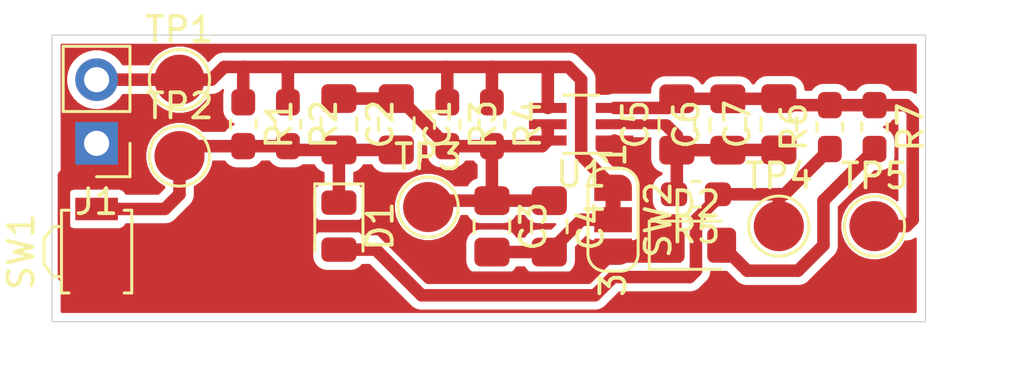
<source format=kicad_pcb>
(kicad_pcb (version 20171130) (host pcbnew 5.1.6)

  (general
    (thickness 1.6)
    (drawings 6)
    (tracks 95)
    (zones 0)
    (modules 25)
    (nets 10)
  )

  (page User 150.012 108.001)
  (title_block
    (title "CeDeROM POWER BUTTON TOGGLE ON HOLD OFF TEST")
    (date 2020-08-30)
  )

  (layers
    (0 F.Cu signal)
    (31 B.Cu signal hide)
    (32 B.Adhes user hide)
    (33 F.Adhes user hide)
    (34 B.Paste user hide)
    (35 F.Paste user hide)
    (36 B.SilkS user hide)
    (37 F.SilkS user)
    (38 B.Mask user hide)
    (39 F.Mask user hide)
    (40 Dwgs.User user)
    (41 Cmts.User user hide)
    (42 Eco1.User user hide)
    (43 Eco2.User user hide)
    (44 Edge.Cuts user)
    (45 Margin user hide)
    (46 B.CrtYd user hide)
    (47 F.CrtYd user)
    (48 B.Fab user hide)
    (49 F.Fab user)
  )

  (setup
    (last_trace_width 0.5)
    (user_trace_width 0.4)
    (user_trace_width 0.5)
    (trace_clearance 0.2)
    (zone_clearance 0.32)
    (zone_45_only no)
    (trace_min 0.2)
    (via_size 0.8)
    (via_drill 0.4)
    (via_min_size 0.4)
    (via_min_drill 0.3)
    (uvia_size 0.3)
    (uvia_drill 0.1)
    (uvias_allowed no)
    (uvia_min_size 0.2)
    (uvia_min_drill 0.1)
    (edge_width 0.05)
    (segment_width 0.2)
    (pcb_text_width 0.3)
    (pcb_text_size 1.5 1.5)
    (mod_edge_width 0.12)
    (mod_text_size 1 1)
    (mod_text_width 0.15)
    (pad_size 1.524 1.524)
    (pad_drill 0.762)
    (pad_to_mask_clearance 0.05)
    (aux_axis_origin 0 0)
    (visible_elements FFFFFF7F)
    (pcbplotparams
      (layerselection 0x01000_7fffffff)
      (usegerberextensions false)
      (usegerberattributes true)
      (usegerberadvancedattributes true)
      (creategerberjobfile true)
      (excludeedgelayer true)
      (linewidth 0.100000)
      (plotframeref false)
      (viasonmask false)
      (mode 1)
      (useauxorigin false)
      (hpglpennumber 1)
      (hpglpenspeed 20)
      (hpglpendiameter 15.000000)
      (psnegative false)
      (psa4output false)
      (plotreference true)
      (plotvalue true)
      (plotinvisibletext false)
      (padsonsilk false)
      (subtractmaskfromsilk false)
      (outputformat 1)
      (mirror false)
      (drillshape 0)
      (scaleselection 1)
      (outputdirectory "production/"))
  )

  (net 0 "")
  (net 1 GND)
  (net 2 "Net-(C1-Pad1)")
  (net 3 "Net-(D1-Pad2)")
  (net 4 VCC)
  (net 5 "Net-(C1-Pad2)")
  (net 6 "Net-(C3-Pad2)")
  (net 7 "Net-(C5-Pad2)")
  (net 8 "Net-(C5-Pad1)")
  (net 9 "Net-(D2-Pad2)")

  (net_class Default "This is the default net class."
    (clearance 0.2)
    (trace_width 0.25)
    (via_dia 0.8)
    (via_drill 0.4)
    (uvia_dia 0.3)
    (uvia_drill 0.1)
    (add_net GND)
    (add_net "Net-(C1-Pad1)")
    (add_net "Net-(C1-Pad2)")
    (add_net "Net-(C3-Pad2)")
    (add_net "Net-(C5-Pad1)")
    (add_net "Net-(C5-Pad2)")
    (add_net "Net-(D1-Pad2)")
    (add_net "Net-(D2-Pad2)")
    (add_net VCC)
  )

  (module Button_Switch_SMD:SW_SPST_B3U-3000P (layer F.Cu) (tedit 5A02FC95) (tstamp 5F4C9A93)
    (at 58.166 44.958 90)
    (descr "Ultra-small-sized Tactile Switch with High Contact Reliability, Side-actuated Model, without Ground Terminal, without Boss")
    (tags "Tactile Switch")
    (path /5F48CB03)
    (attr smd)
    (fp_text reference SW1 (at 0 -3 90) (layer F.SilkS)
      (effects (font (size 1 1) (thickness 0.15)))
    )
    (fp_text value POWER (at 0 2.5 90) (layer F.Fab)
      (effects (font (size 1 1) (thickness 0.15)))
    )
    (fp_text user %R (at 0 -3 90) (layer F.Fab)
      (effects (font (size 1 1) (thickness 0.15)))
    )
    (fp_line (start -1.25 -1.65) (end -1.25 -2.35) (layer F.CrtYd) (width 0.05))
    (fp_line (start -1.25 -2.35) (end 1.25 -2.35) (layer F.CrtYd) (width 0.05))
    (fp_line (start 1.25 -2.35) (end 1.25 -1.65) (layer F.CrtYd) (width 0.05))
    (fp_line (start 1.25 -1.65) (end 2.4 -1.65) (layer F.CrtYd) (width 0.05))
    (fp_line (start -0.5 -2.1) (end -1 -1.72) (layer F.SilkS) (width 0.12))
    (fp_line (start -1 -1.72) (end -1 -1.4) (layer F.SilkS) (width 0.12))
    (fp_line (start -0.5 -2.1) (end 0.5 -2.1) (layer F.SilkS) (width 0.12))
    (fp_line (start 0.5 -2.1) (end 1 -1.72) (layer F.SilkS) (width 0.12))
    (fp_line (start 1 -1.72) (end 1 -1.4) (layer F.SilkS) (width 0.12))
    (fp_line (start -0.85 -1.25) (end -0.85 -1.65) (layer F.Fab) (width 0.1))
    (fp_line (start -0.85 -1.65) (end -0.45 -1.95) (layer F.Fab) (width 0.1))
    (fp_line (start -0.45 -1.95) (end 0.45 -1.95) (layer F.Fab) (width 0.1))
    (fp_line (start 0.45 -1.95) (end 0.85 -1.65) (layer F.Fab) (width 0.1))
    (fp_line (start 0.85 -1.65) (end 0.85 -1.25) (layer F.Fab) (width 0.1))
    (fp_line (start -1.65 1.4) (end 1.65 1.4) (layer F.SilkS) (width 0.12))
    (fp_line (start -2.4 1.65) (end 2.4 1.65) (layer F.CrtYd) (width 0.05))
    (fp_line (start 2.4 1.65) (end 2.4 -1.65) (layer F.CrtYd) (width 0.05))
    (fp_line (start -1.25 -1.65) (end -2.4 -1.65) (layer F.CrtYd) (width 0.05))
    (fp_line (start -2.4 -1.65) (end -2.4 1.65) (layer F.CrtYd) (width 0.05))
    (fp_line (start -1.65 1.1) (end -1.65 1.4) (layer F.SilkS) (width 0.12))
    (fp_line (start 1.65 1.4) (end 1.65 1.1) (layer F.SilkS) (width 0.12))
    (fp_line (start -1.65 -1.1) (end -1.65 -1.4) (layer F.SilkS) (width 0.12))
    (fp_line (start -1.65 -1.4) (end 1.65 -1.4) (layer F.SilkS) (width 0.12))
    (fp_line (start 1.65 -1.4) (end 1.65 -1.1) (layer F.SilkS) (width 0.12))
    (fp_line (start -1.5 -1.25) (end 1.5 -1.25) (layer F.Fab) (width 0.1))
    (fp_line (start 1.5 -1.25) (end 1.5 1.25) (layer F.Fab) (width 0.1))
    (fp_line (start 1.5 1.25) (end -1.5 1.25) (layer F.Fab) (width 0.1))
    (fp_line (start -1.5 1.25) (end -1.5 -1.25) (layer F.Fab) (width 0.1))
    (pad 2 smd rect (at 1.7 0 90) (size 0.9 1.7) (layers F.Cu F.Paste F.Mask)
      (net 5 "Net-(C1-Pad2)"))
    (pad 1 smd rect (at -1.7 0 90) (size 0.9 1.7) (layers F.Cu F.Paste F.Mask)
      (net 1 GND))
    (model ${KISYS3DMOD}/Button_Switch_SMD.3dshapes/SW_SPST_B3U-3000P.wrl
      (at (xyz 0 0 0))
      (scale (xyz 1 1 1))
      (rotate (xyz 0 0 0))
    )
  )

  (module Package_TO_SOT_SMD:SOT-363_SC-70-6_Handsoldering (layer F.Cu) (tedit 5A02FF57) (tstamp 5F4C689B)
    (at 77.47 39.878 180)
    (descr "SOT-363, SC-70-6, Handsoldering")
    (tags "SOT-363 SC-70-6 Handsoldering")
    (path /5F487CC6)
    (attr smd)
    (fp_text reference U1 (at 0 -2) (layer F.SilkS)
      (effects (font (size 1 1) (thickness 0.15)))
    )
    (fp_text value BSD235C (at 0 2 180) (layer F.Fab)
      (effects (font (size 1 1) (thickness 0.15)))
    )
    (fp_text user %R (at 0 0 90) (layer F.Fab)
      (effects (font (size 0.5 0.5) (thickness 0.075)))
    )
    (fp_line (start -2.4 1.4) (end 2.4 1.4) (layer F.CrtYd) (width 0.05))
    (fp_line (start 0.7 -1.16) (end -1.2 -1.16) (layer F.SilkS) (width 0.12))
    (fp_line (start -0.7 1.16) (end 0.7 1.16) (layer F.SilkS) (width 0.12))
    (fp_line (start 2.4 1.4) (end 2.4 -1.4) (layer F.CrtYd) (width 0.05))
    (fp_line (start -2.4 -1.4) (end -2.4 1.4) (layer F.CrtYd) (width 0.05))
    (fp_line (start -2.4 -1.4) (end 2.4 -1.4) (layer F.CrtYd) (width 0.05))
    (fp_line (start 0.675 -1.1) (end -0.175 -1.1) (layer F.Fab) (width 0.1))
    (fp_line (start -0.675 -0.6) (end -0.675 1.1) (layer F.Fab) (width 0.1))
    (fp_line (start 0.675 -1.1) (end 0.675 1.1) (layer F.Fab) (width 0.1))
    (fp_line (start 0.675 1.1) (end -0.675 1.1) (layer F.Fab) (width 0.1))
    (fp_line (start -0.175 -1.1) (end -0.675 -0.6) (layer F.Fab) (width 0.1))
    (pad 6 smd rect (at 1.33 -0.65 180) (size 1.5 0.4) (layers F.Cu F.Paste F.Mask)
      (net 2 "Net-(C1-Pad1)"))
    (pad 5 smd rect (at 1.33 0 180) (size 1.5 0.4) (layers F.Cu F.Paste F.Mask)
      (net 2 "Net-(C1-Pad1)"))
    (pad 4 smd rect (at 1.33 0.65 180) (size 1.5 0.4) (layers F.Cu F.Paste F.Mask)
      (net 4 VCC))
    (pad 3 smd rect (at -1.33 0.65 180) (size 1.5 0.4) (layers F.Cu F.Paste F.Mask)
      (net 7 "Net-(C5-Pad2)"))
    (pad 2 smd rect (at -1.33 0 180) (size 1.5 0.4) (layers F.Cu F.Paste F.Mask)
      (net 8 "Net-(C5-Pad1)"))
    (pad 1 smd rect (at -1.33 -0.65 180) (size 1.5 0.4) (layers F.Cu F.Paste F.Mask)
      (net 1 GND))
    (model ${KISYS3DMOD}/Package_TO_SOT_SMD.3dshapes/SOT-363_SC-70-6.wrl
      (at (xyz 0 0 0))
      (scale (xyz 1 1 1))
      (rotate (xyz 0 0 0))
    )
  )

  (module TestPoint:TestPoint_Pad_D2.0mm (layer F.Cu) (tedit 5A0F774F) (tstamp 5F4C6885)
    (at 89.154 43.942)
    (descr "SMD pad as test Point, diameter 2.0mm")
    (tags "test point SMD pad")
    (path /5F4A30B0)
    (attr virtual)
    (fp_text reference TP5 (at 0 -1.998) (layer F.SilkS)
      (effects (font (size 1 1) (thickness 0.15)))
    )
    (fp_text value VOUT (at 0 2.05) (layer F.Fab)
      (effects (font (size 1 1) (thickness 0.15)))
    )
    (fp_text user %R (at 0 -2) (layer F.Fab)
      (effects (font (size 1 1) (thickness 0.15)))
    )
    (fp_circle (center 0 0) (end 1.5 0) (layer F.CrtYd) (width 0.05))
    (fp_circle (center 0 0) (end 0 1.2) (layer F.SilkS) (width 0.12))
    (pad 1 smd circle (at 0 0) (size 2 2) (layers F.Cu F.Mask)
      (net 7 "Net-(C5-Pad2)"))
  )

  (module TestPoint:TestPoint_Pad_D2.0mm (layer F.Cu) (tedit 5A0F774F) (tstamp 5F4C687D)
    (at 85.344 43.942)
    (descr "SMD pad as test Point, diameter 2.0mm")
    (tags "test point SMD pad")
    (path /5F4A18ED)
    (attr virtual)
    (fp_text reference TP4 (at 0 -1.998) (layer F.SilkS)
      (effects (font (size 1 1) (thickness 0.15)))
    )
    (fp_text value PWRCTL (at 0 2.05) (layer F.Fab)
      (effects (font (size 1 1) (thickness 0.15)))
    )
    (fp_text user %R (at 0 -2) (layer F.Fab)
      (effects (font (size 1 1) (thickness 0.15)))
    )
    (fp_circle (center 0 0) (end 1.5 0) (layer F.CrtYd) (width 0.05))
    (fp_circle (center 0 0) (end 0 1.2) (layer F.SilkS) (width 0.12))
    (pad 1 smd circle (at 0 0) (size 2 2) (layers F.Cu F.Mask)
      (net 3 "Net-(D1-Pad2)"))
  )

  (module TestPoint:TestPoint_Pad_D2.0mm (layer F.Cu) (tedit 5A0F774F) (tstamp 5F4CA8DC)
    (at 71.374 43.18)
    (descr "SMD pad as test Point, diameter 2.0mm")
    (tags "test point SMD pad")
    (path /5F4A0BF3)
    (attr virtual)
    (fp_text reference TP3 (at 0 -1.998) (layer F.SilkS)
      (effects (font (size 1 1) (thickness 0.15)))
    )
    (fp_text value VGD (at 0 2.05) (layer F.Fab)
      (effects (font (size 1 1) (thickness 0.15)))
    )
    (fp_text user %R (at 0 -2) (layer F.Fab)
      (effects (font (size 1 1) (thickness 0.15)))
    )
    (fp_circle (center 0 0) (end 1.5 0) (layer F.CrtYd) (width 0.05))
    (fp_circle (center 0 0) (end 0 1.2) (layer F.SilkS) (width 0.12))
    (pad 1 smd circle (at 0 0) (size 2 2) (layers F.Cu F.Mask)
      (net 2 "Net-(C1-Pad1)"))
  )

  (module TestPoint:TestPoint_Pad_D2.0mm (layer F.Cu) (tedit 5A0F774F) (tstamp 5F4C686D)
    (at 61.468 41.148)
    (descr "SMD pad as test Point, diameter 2.0mm")
    (tags "test point SMD pad")
    (path /5F544370)
    (attr virtual)
    (fp_text reference TP2 (at 0 -1.998) (layer F.SilkS)
      (effects (font (size 1 1) (thickness 0.15)))
    )
    (fp_text value VCAP (at 0 2.05) (layer F.Fab)
      (effects (font (size 1 1) (thickness 0.15)))
    )
    (fp_text user %R (at 0 -2) (layer F.Fab)
      (effects (font (size 1 1) (thickness 0.15)))
    )
    (fp_circle (center 0 0) (end 1.5 0) (layer F.CrtYd) (width 0.05))
    (fp_circle (center 0 0) (end 0 1.2) (layer F.SilkS) (width 0.12))
    (pad 1 smd circle (at 0 0) (size 2 2) (layers F.Cu F.Mask)
      (net 5 "Net-(C1-Pad2)"))
  )

  (module TestPoint:TestPoint_Pad_D2.0mm (layer F.Cu) (tedit 5A0F774F) (tstamp 5F4C6865)
    (at 61.468 38.1)
    (descr "SMD pad as test Point, diameter 2.0mm")
    (tags "test point SMD pad")
    (path /5F49759B)
    (attr virtual)
    (fp_text reference TP1 (at 0 -1.998) (layer F.SilkS)
      (effects (font (size 1 1) (thickness 0.15)))
    )
    (fp_text value VCC (at 0 2.05) (layer F.Fab)
      (effects (font (size 1 1) (thickness 0.15)))
    )
    (fp_text user %R (at 0 -2) (layer F.Fab)
      (effects (font (size 1 1) (thickness 0.15)))
    )
    (fp_circle (center 0 0) (end 1.5 0) (layer F.CrtYd) (width 0.05))
    (fp_circle (center 0 0) (end 0 1.2) (layer F.SilkS) (width 0.12))
    (pad 1 smd circle (at 0 0) (size 2 2) (layers F.Cu F.Mask)
      (net 4 VCC))
  )

  (module Jumper:SolderJumper-3_P1.3mm_Bridged12_RoundedPad1.0x1.5mm_NumberLabels (layer F.Cu) (tedit 5C745336) (tstamp 5F4C761F)
    (at 78.74 43.688 270)
    (descr "SMD Solder 3-pad Jumper, 1x1.5mm rounded Pads, 0.3mm gap, pads 1-2 bridged with 1 copper strip, labeled with numbers")
    (tags "solder jumper open")
    (path /5F4E7A99)
    (attr virtual)
    (fp_text reference SW2 (at 0 -1.8 90) (layer F.SilkS)
      (effects (font (size 1 1) (thickness 0.15)))
    )
    (fp_text value POWERONDEF (at 0 1.9 90) (layer F.Fab)
      (effects (font (size 1 1) (thickness 0.15)))
    )
    (fp_arc (start -1.35 -0.3) (end -1.35 -1) (angle -90) (layer F.SilkS) (width 0.12))
    (fp_arc (start -1.35 0.3) (end -2.05 0.3) (angle -90) (layer F.SilkS) (width 0.12))
    (fp_arc (start 1.35 0.3) (end 1.35 1) (angle -90) (layer F.SilkS) (width 0.12))
    (fp_arc (start 1.35 -0.3) (end 2.05 -0.3) (angle -90) (layer F.SilkS) (width 0.12))
    (fp_text user 1 (at -2.6 0 90) (layer F.SilkS)
      (effects (font (size 1 1) (thickness 0.15)))
    )
    (fp_text user 3 (at 2.6 0 90) (layer F.SilkS)
      (effects (font (size 1 1) (thickness 0.15)))
    )
    (fp_line (start -2.05 0.3) (end -2.05 -0.3) (layer F.SilkS) (width 0.12))
    (fp_line (start 1.4 1) (end -1.4 1) (layer F.SilkS) (width 0.12))
    (fp_line (start 2.05 -0.3) (end 2.05 0.3) (layer F.SilkS) (width 0.12))
    (fp_line (start -1.4 -1) (end 1.4 -1) (layer F.SilkS) (width 0.12))
    (fp_line (start -2.3 -1.25) (end 2.3 -1.25) (layer F.CrtYd) (width 0.05))
    (fp_line (start -2.3 -1.25) (end -2.3 1.25) (layer F.CrtYd) (width 0.05))
    (fp_line (start 2.3 1.25) (end 2.3 -1.25) (layer F.CrtYd) (width 0.05))
    (fp_line (start 2.3 1.25) (end -2.3 1.25) (layer F.CrtYd) (width 0.05))
    (fp_poly (pts (xy -0.9 -0.3) (xy -0.4 -0.3) (xy -0.4 0.3) (xy -0.9 0.3)) (layer F.Cu) (width 0))
    (pad 1 smd custom (at -1.3 0 270) (size 1 0.5) (layers F.Cu F.Mask)
      (net 4 VCC) (zone_connect 2)
      (options (clearance outline) (anchor rect))
      (primitives
        (gr_poly (pts
           (xy 0.55 -0.75) (xy 0 -0.75) (xy 0 0.75) (xy 0.55 0.75)) (width 0))
        (gr_circle (center 0 0.25) (end 0.5 0.25) (width 0))
        (gr_circle (center 0 -0.25) (end 0.5 -0.25) (width 0))
      ))
    (pad 2 smd rect (at 0 0 270) (size 1 1.5) (layers F.Cu F.Mask)
      (net 6 "Net-(C3-Pad2)"))
    (pad 3 smd custom (at 1.3 0 270) (size 1 0.5) (layers F.Cu F.Mask)
      (net 1 GND) (zone_connect 2)
      (options (clearance outline) (anchor rect))
      (primitives
        (gr_circle (center 0 0.25) (end 0.5 0.25) (width 0))
        (gr_circle (center 0 -0.25) (end 0.5 -0.25) (width 0))
        (gr_poly (pts
           (xy -0.55 -0.75) (xy 0 -0.75) (xy 0 0.75) (xy -0.55 0.75)) (width 0))
      ))
  )

  (module Resistor_SMD:R_0603_1608Metric_Pad1.05x0.95mm_HandSolder (layer F.Cu) (tedit 5B301BBD) (tstamp 5F4C94A4)
    (at 89.154 39.991 270)
    (descr "Resistor SMD 0603 (1608 Metric), square (rectangular) end terminal, IPC_7351 nominal with elongated pad for handsoldering. (Body size source: http://www.tortai-tech.com/upload/download/2011102023233369053.pdf), generated with kicad-footprint-generator")
    (tags "resistor handsolder")
    (path /5F4963AF)
    (attr smd)
    (fp_text reference R7 (at 0 -1.43 90) (layer F.SilkS)
      (effects (font (size 1 1) (thickness 0.15)))
    )
    (fp_text value 220R (at 0 1.43 90) (layer F.Fab)
      (effects (font (size 1 1) (thickness 0.15)))
    )
    (fp_text user %R (at 0 0 90) (layer F.Fab)
      (effects (font (size 0.4 0.4) (thickness 0.06)))
    )
    (fp_line (start -0.8 0.4) (end -0.8 -0.4) (layer F.Fab) (width 0.1))
    (fp_line (start -0.8 -0.4) (end 0.8 -0.4) (layer F.Fab) (width 0.1))
    (fp_line (start 0.8 -0.4) (end 0.8 0.4) (layer F.Fab) (width 0.1))
    (fp_line (start 0.8 0.4) (end -0.8 0.4) (layer F.Fab) (width 0.1))
    (fp_line (start -0.171267 -0.51) (end 0.171267 -0.51) (layer F.SilkS) (width 0.12))
    (fp_line (start -0.171267 0.51) (end 0.171267 0.51) (layer F.SilkS) (width 0.12))
    (fp_line (start -1.65 0.73) (end -1.65 -0.73) (layer F.CrtYd) (width 0.05))
    (fp_line (start -1.65 -0.73) (end 1.65 -0.73) (layer F.CrtYd) (width 0.05))
    (fp_line (start 1.65 -0.73) (end 1.65 0.73) (layer F.CrtYd) (width 0.05))
    (fp_line (start 1.65 0.73) (end -1.65 0.73) (layer F.CrtYd) (width 0.05))
    (pad 2 smd roundrect (at 0.875 0 270) (size 1.05 0.95) (layers F.Cu F.Paste F.Mask) (roundrect_rratio 0.25)
      (net 9 "Net-(D2-Pad2)"))
    (pad 1 smd roundrect (at -0.875 0 270) (size 1.05 0.95) (layers F.Cu F.Paste F.Mask) (roundrect_rratio 0.25)
      (net 7 "Net-(C5-Pad2)"))
    (model ${KISYS3DMOD}/Resistor_SMD.3dshapes/R_0603_1608Metric.wrl
      (at (xyz 0 0 0))
      (scale (xyz 1 1 1))
      (rotate (xyz 0 0 0))
    )
  )

  (module Resistor_SMD:R_0603_1608Metric_Pad1.05x0.95mm_HandSolder (layer F.Cu) (tedit 5B301BBD) (tstamp 5F4C9215)
    (at 87.376 39.991 90)
    (descr "Resistor SMD 0603 (1608 Metric), square (rectangular) end terminal, IPC_7351 nominal with elongated pad for handsoldering. (Body size source: http://www.tortai-tech.com/upload/download/2011102023233369053.pdf), generated with kicad-footprint-generator")
    (tags "resistor handsolder")
    (path /5F4C2DF6)
    (attr smd)
    (fp_text reference R6 (at 0 -1.43 90) (layer F.SilkS)
      (effects (font (size 1 1) (thickness 0.15)))
    )
    (fp_text value 100K (at 0 1.43 90) (layer F.Fab)
      (effects (font (size 1 1) (thickness 0.15)))
    )
    (fp_text user %R (at 0 0 90) (layer F.Fab)
      (effects (font (size 0.4 0.4) (thickness 0.06)))
    )
    (fp_line (start -0.8 0.4) (end -0.8 -0.4) (layer F.Fab) (width 0.1))
    (fp_line (start -0.8 -0.4) (end 0.8 -0.4) (layer F.Fab) (width 0.1))
    (fp_line (start 0.8 -0.4) (end 0.8 0.4) (layer F.Fab) (width 0.1))
    (fp_line (start 0.8 0.4) (end -0.8 0.4) (layer F.Fab) (width 0.1))
    (fp_line (start -0.171267 -0.51) (end 0.171267 -0.51) (layer F.SilkS) (width 0.12))
    (fp_line (start -0.171267 0.51) (end 0.171267 0.51) (layer F.SilkS) (width 0.12))
    (fp_line (start -1.65 0.73) (end -1.65 -0.73) (layer F.CrtYd) (width 0.05))
    (fp_line (start -1.65 -0.73) (end 1.65 -0.73) (layer F.CrtYd) (width 0.05))
    (fp_line (start 1.65 -0.73) (end 1.65 0.73) (layer F.CrtYd) (width 0.05))
    (fp_line (start 1.65 0.73) (end -1.65 0.73) (layer F.CrtYd) (width 0.05))
    (pad 2 smd roundrect (at 0.875 0 90) (size 1.05 0.95) (layers F.Cu F.Paste F.Mask) (roundrect_rratio 0.25)
      (net 7 "Net-(C5-Pad2)"))
    (pad 1 smd roundrect (at -0.875 0 90) (size 1.05 0.95) (layers F.Cu F.Paste F.Mask) (roundrect_rratio 0.25)
      (net 3 "Net-(D1-Pad2)"))
    (model ${KISYS3DMOD}/Resistor_SMD.3dshapes/R_0603_1608Metric.wrl
      (at (xyz 0 0 0))
      (scale (xyz 1 1 1))
      (rotate (xyz 0 0 0))
    )
  )

  (module Resistor_SMD:R_0603_1608Metric_Pad1.05x0.95mm_HandSolder (layer F.Cu) (tedit 5B301BBD) (tstamp 5F4C9D2B)
    (at 82.042 42.672 180)
    (descr "Resistor SMD 0603 (1608 Metric), square (rectangular) end terminal, IPC_7351 nominal with elongated pad for handsoldering. (Body size source: http://www.tortai-tech.com/upload/download/2011102023233369053.pdf), generated with kicad-footprint-generator")
    (tags "resistor handsolder")
    (path /5F496082)
    (attr smd)
    (fp_text reference R5 (at 0 -1.43) (layer F.SilkS)
      (effects (font (size 1 1) (thickness 0.15)))
    )
    (fp_text value 300K (at 0 1.43) (layer F.Fab)
      (effects (font (size 1 1) (thickness 0.15)))
    )
    (fp_text user %R (at 0 0) (layer F.Fab)
      (effects (font (size 0.4 0.4) (thickness 0.06)))
    )
    (fp_line (start -0.8 0.4) (end -0.8 -0.4) (layer F.Fab) (width 0.1))
    (fp_line (start -0.8 -0.4) (end 0.8 -0.4) (layer F.Fab) (width 0.1))
    (fp_line (start 0.8 -0.4) (end 0.8 0.4) (layer F.Fab) (width 0.1))
    (fp_line (start 0.8 0.4) (end -0.8 0.4) (layer F.Fab) (width 0.1))
    (fp_line (start -0.171267 -0.51) (end 0.171267 -0.51) (layer F.SilkS) (width 0.12))
    (fp_line (start -0.171267 0.51) (end 0.171267 0.51) (layer F.SilkS) (width 0.12))
    (fp_line (start -1.65 0.73) (end -1.65 -0.73) (layer F.CrtYd) (width 0.05))
    (fp_line (start -1.65 -0.73) (end 1.65 -0.73) (layer F.CrtYd) (width 0.05))
    (fp_line (start 1.65 -0.73) (end 1.65 0.73) (layer F.CrtYd) (width 0.05))
    (fp_line (start 1.65 0.73) (end -1.65 0.73) (layer F.CrtYd) (width 0.05))
    (pad 2 smd roundrect (at 0.875 0 180) (size 1.05 0.95) (layers F.Cu F.Paste F.Mask) (roundrect_rratio 0.25)
      (net 8 "Net-(C5-Pad1)"))
    (pad 1 smd roundrect (at -0.875 0 180) (size 1.05 0.95) (layers F.Cu F.Paste F.Mask) (roundrect_rratio 0.25)
      (net 3 "Net-(D1-Pad2)"))
    (model ${KISYS3DMOD}/Resistor_SMD.3dshapes/R_0603_1608Metric.wrl
      (at (xyz 0 0 0))
      (scale (xyz 1 1 1))
      (rotate (xyz 0 0 0))
    )
  )

  (module Resistor_SMD:R_0603_1608Metric_Pad1.05x0.95mm_HandSolder (layer F.Cu) (tedit 5B301BBD) (tstamp 5F4C67FA)
    (at 73.914 39.878 270)
    (descr "Resistor SMD 0603 (1608 Metric), square (rectangular) end terminal, IPC_7351 nominal with elongated pad for handsoldering. (Body size source: http://www.tortai-tech.com/upload/download/2011102023233369053.pdf), generated with kicad-footprint-generator")
    (tags "resistor handsolder")
    (path /5F489246)
    (attr smd)
    (fp_text reference R4 (at 0 -1.43 90) (layer F.SilkS)
      (effects (font (size 1 1) (thickness 0.15)))
    )
    (fp_text value 100k (at 0 1.43 90) (layer F.Fab)
      (effects (font (size 1 1) (thickness 0.15)))
    )
    (fp_text user %R (at 0 0 90) (layer F.Fab)
      (effects (font (size 0.4 0.4) (thickness 0.06)))
    )
    (fp_line (start -0.8 0.4) (end -0.8 -0.4) (layer F.Fab) (width 0.1))
    (fp_line (start -0.8 -0.4) (end 0.8 -0.4) (layer F.Fab) (width 0.1))
    (fp_line (start 0.8 -0.4) (end 0.8 0.4) (layer F.Fab) (width 0.1))
    (fp_line (start 0.8 0.4) (end -0.8 0.4) (layer F.Fab) (width 0.1))
    (fp_line (start -0.171267 -0.51) (end 0.171267 -0.51) (layer F.SilkS) (width 0.12))
    (fp_line (start -0.171267 0.51) (end 0.171267 0.51) (layer F.SilkS) (width 0.12))
    (fp_line (start -1.65 0.73) (end -1.65 -0.73) (layer F.CrtYd) (width 0.05))
    (fp_line (start -1.65 -0.73) (end 1.65 -0.73) (layer F.CrtYd) (width 0.05))
    (fp_line (start 1.65 -0.73) (end 1.65 0.73) (layer F.CrtYd) (width 0.05))
    (fp_line (start 1.65 0.73) (end -1.65 0.73) (layer F.CrtYd) (width 0.05))
    (pad 2 smd roundrect (at 0.875 0 270) (size 1.05 0.95) (layers F.Cu F.Paste F.Mask) (roundrect_rratio 0.25)
      (net 2 "Net-(C1-Pad1)"))
    (pad 1 smd roundrect (at -0.875 0 270) (size 1.05 0.95) (layers F.Cu F.Paste F.Mask) (roundrect_rratio 0.25)
      (net 4 VCC))
    (model ${KISYS3DMOD}/Resistor_SMD.3dshapes/R_0603_1608Metric.wrl
      (at (xyz 0 0 0))
      (scale (xyz 1 1 1))
      (rotate (xyz 0 0 0))
    )
  )

  (module Resistor_SMD:R_0603_1608Metric_Pad1.05x0.95mm_HandSolder (layer F.Cu) (tedit 5B301BBD) (tstamp 5F4C67E9)
    (at 72.136 39.878 270)
    (descr "Resistor SMD 0603 (1608 Metric), square (rectangular) end terminal, IPC_7351 nominal with elongated pad for handsoldering. (Body size source: http://www.tortai-tech.com/upload/download/2011102023233369053.pdf), generated with kicad-footprint-generator")
    (tags "resistor handsolder")
    (path /5F557758)
    (attr smd)
    (fp_text reference R3 (at 0 -1.43 90) (layer F.SilkS)
      (effects (font (size 1 1) (thickness 0.15)))
    )
    (fp_text value ??? (at 0 1.43 90) (layer F.Fab)
      (effects (font (size 1 1) (thickness 0.15)))
    )
    (fp_text user %R (at 0 0 90) (layer F.Fab)
      (effects (font (size 0.4 0.4) (thickness 0.06)))
    )
    (fp_line (start -0.8 0.4) (end -0.8 -0.4) (layer F.Fab) (width 0.1))
    (fp_line (start -0.8 -0.4) (end 0.8 -0.4) (layer F.Fab) (width 0.1))
    (fp_line (start 0.8 -0.4) (end 0.8 0.4) (layer F.Fab) (width 0.1))
    (fp_line (start 0.8 0.4) (end -0.8 0.4) (layer F.Fab) (width 0.1))
    (fp_line (start -0.171267 -0.51) (end 0.171267 -0.51) (layer F.SilkS) (width 0.12))
    (fp_line (start -0.171267 0.51) (end 0.171267 0.51) (layer F.SilkS) (width 0.12))
    (fp_line (start -1.65 0.73) (end -1.65 -0.73) (layer F.CrtYd) (width 0.05))
    (fp_line (start -1.65 -0.73) (end 1.65 -0.73) (layer F.CrtYd) (width 0.05))
    (fp_line (start 1.65 -0.73) (end 1.65 0.73) (layer F.CrtYd) (width 0.05))
    (fp_line (start 1.65 0.73) (end -1.65 0.73) (layer F.CrtYd) (width 0.05))
    (pad 2 smd roundrect (at 0.875 0 270) (size 1.05 0.95) (layers F.Cu F.Paste F.Mask) (roundrect_rratio 0.25)
      (net 2 "Net-(C1-Pad1)"))
    (pad 1 smd roundrect (at -0.875 0 270) (size 1.05 0.95) (layers F.Cu F.Paste F.Mask) (roundrect_rratio 0.25)
      (net 4 VCC))
    (model ${KISYS3DMOD}/Resistor_SMD.3dshapes/R_0603_1608Metric.wrl
      (at (xyz 0 0 0))
      (scale (xyz 1 1 1))
      (rotate (xyz 0 0 0))
    )
  )

  (module Resistor_SMD:R_0603_1608Metric_Pad1.05x0.95mm_HandSolder (layer F.Cu) (tedit 5B301BBD) (tstamp 5F4C67D8)
    (at 65.786 39.878 270)
    (descr "Resistor SMD 0603 (1608 Metric), square (rectangular) end terminal, IPC_7351 nominal with elongated pad for handsoldering. (Body size source: http://www.tortai-tech.com/upload/download/2011102023233369053.pdf), generated with kicad-footprint-generator")
    (tags "resistor handsolder")
    (path /5F493C72)
    (attr smd)
    (fp_text reference R2 (at 0 -1.43 90) (layer F.SilkS)
      (effects (font (size 1 1) (thickness 0.15)))
    )
    (fp_text value ??? (at 0 1.43 90) (layer F.Fab)
      (effects (font (size 1 1) (thickness 0.15)))
    )
    (fp_text user %R (at 0 0 90) (layer F.Fab)
      (effects (font (size 0.4 0.4) (thickness 0.06)))
    )
    (fp_line (start -0.8 0.4) (end -0.8 -0.4) (layer F.Fab) (width 0.1))
    (fp_line (start -0.8 -0.4) (end 0.8 -0.4) (layer F.Fab) (width 0.1))
    (fp_line (start 0.8 -0.4) (end 0.8 0.4) (layer F.Fab) (width 0.1))
    (fp_line (start 0.8 0.4) (end -0.8 0.4) (layer F.Fab) (width 0.1))
    (fp_line (start -0.171267 -0.51) (end 0.171267 -0.51) (layer F.SilkS) (width 0.12))
    (fp_line (start -0.171267 0.51) (end 0.171267 0.51) (layer F.SilkS) (width 0.12))
    (fp_line (start -1.65 0.73) (end -1.65 -0.73) (layer F.CrtYd) (width 0.05))
    (fp_line (start -1.65 -0.73) (end 1.65 -0.73) (layer F.CrtYd) (width 0.05))
    (fp_line (start 1.65 -0.73) (end 1.65 0.73) (layer F.CrtYd) (width 0.05))
    (fp_line (start 1.65 0.73) (end -1.65 0.73) (layer F.CrtYd) (width 0.05))
    (pad 2 smd roundrect (at 0.875 0 270) (size 1.05 0.95) (layers F.Cu F.Paste F.Mask) (roundrect_rratio 0.25)
      (net 5 "Net-(C1-Pad2)"))
    (pad 1 smd roundrect (at -0.875 0 270) (size 1.05 0.95) (layers F.Cu F.Paste F.Mask) (roundrect_rratio 0.25)
      (net 4 VCC))
    (model ${KISYS3DMOD}/Resistor_SMD.3dshapes/R_0603_1608Metric.wrl
      (at (xyz 0 0 0))
      (scale (xyz 1 1 1))
      (rotate (xyz 0 0 0))
    )
  )

  (module Resistor_SMD:R_0603_1608Metric_Pad1.05x0.95mm_HandSolder (layer F.Cu) (tedit 5B301BBD) (tstamp 5F4C717D)
    (at 64.008 39.878 270)
    (descr "Resistor SMD 0603 (1608 Metric), square (rectangular) end terminal, IPC_7351 nominal with elongated pad for handsoldering. (Body size source: http://www.tortai-tech.com/upload/download/2011102023233369053.pdf), generated with kicad-footprint-generator")
    (tags "resistor handsolder")
    (path /5F548CAC)
    (attr smd)
    (fp_text reference R1 (at 0 -1.43 90) (layer F.SilkS)
      (effects (font (size 1 1) (thickness 0.15)))
    )
    (fp_text value 10k (at 0 1.43 90) (layer F.Fab)
      (effects (font (size 1 1) (thickness 0.15)))
    )
    (fp_text user %R (at 0 0 90) (layer F.Fab)
      (effects (font (size 0.4 0.4) (thickness 0.06)))
    )
    (fp_line (start -0.8 0.4) (end -0.8 -0.4) (layer F.Fab) (width 0.1))
    (fp_line (start -0.8 -0.4) (end 0.8 -0.4) (layer F.Fab) (width 0.1))
    (fp_line (start 0.8 -0.4) (end 0.8 0.4) (layer F.Fab) (width 0.1))
    (fp_line (start 0.8 0.4) (end -0.8 0.4) (layer F.Fab) (width 0.1))
    (fp_line (start -0.171267 -0.51) (end 0.171267 -0.51) (layer F.SilkS) (width 0.12))
    (fp_line (start -0.171267 0.51) (end 0.171267 0.51) (layer F.SilkS) (width 0.12))
    (fp_line (start -1.65 0.73) (end -1.65 -0.73) (layer F.CrtYd) (width 0.05))
    (fp_line (start -1.65 -0.73) (end 1.65 -0.73) (layer F.CrtYd) (width 0.05))
    (fp_line (start 1.65 -0.73) (end 1.65 0.73) (layer F.CrtYd) (width 0.05))
    (fp_line (start 1.65 0.73) (end -1.65 0.73) (layer F.CrtYd) (width 0.05))
    (pad 2 smd roundrect (at 0.875 0 270) (size 1.05 0.95) (layers F.Cu F.Paste F.Mask) (roundrect_rratio 0.25)
      (net 5 "Net-(C1-Pad2)"))
    (pad 1 smd roundrect (at -0.875 0 270) (size 1.05 0.95) (layers F.Cu F.Paste F.Mask) (roundrect_rratio 0.25)
      (net 4 VCC))
    (model ${KISYS3DMOD}/Resistor_SMD.3dshapes/R_0603_1608Metric.wrl
      (at (xyz 0 0 0))
      (scale (xyz 1 1 1))
      (rotate (xyz 0 0 0))
    )
  )

  (module Connector_PinHeader_2.54mm:PinHeader_1x02_P2.54mm_Vertical (layer F.Cu) (tedit 59FED5CC) (tstamp 5F4C7057)
    (at 58.166 40.64 180)
    (descr "Through hole straight pin header, 1x02, 2.54mm pitch, single row")
    (tags "Through hole pin header THT 1x02 2.54mm single row")
    (path /5F4987EF)
    (fp_text reference J1 (at 0 -2.33) (layer F.SilkS)
      (effects (font (size 1 1) (thickness 0.15)))
    )
    (fp_text value VIN (at 0 4.87) (layer F.Fab)
      (effects (font (size 1 1) (thickness 0.15)))
    )
    (fp_text user %R (at 0 1.27 90) (layer F.Fab)
      (effects (font (size 1 1) (thickness 0.15)))
    )
    (fp_line (start -0.635 -1.27) (end 1.27 -1.27) (layer F.Fab) (width 0.1))
    (fp_line (start 1.27 -1.27) (end 1.27 3.81) (layer F.Fab) (width 0.1))
    (fp_line (start 1.27 3.81) (end -1.27 3.81) (layer F.Fab) (width 0.1))
    (fp_line (start -1.27 3.81) (end -1.27 -0.635) (layer F.Fab) (width 0.1))
    (fp_line (start -1.27 -0.635) (end -0.635 -1.27) (layer F.Fab) (width 0.1))
    (fp_line (start -1.33 3.87) (end 1.33 3.87) (layer F.SilkS) (width 0.12))
    (fp_line (start -1.33 1.27) (end -1.33 3.87) (layer F.SilkS) (width 0.12))
    (fp_line (start 1.33 1.27) (end 1.33 3.87) (layer F.SilkS) (width 0.12))
    (fp_line (start -1.33 1.27) (end 1.33 1.27) (layer F.SilkS) (width 0.12))
    (fp_line (start -1.33 0) (end -1.33 -1.33) (layer F.SilkS) (width 0.12))
    (fp_line (start -1.33 -1.33) (end 0 -1.33) (layer F.SilkS) (width 0.12))
    (fp_line (start -1.8 -1.8) (end -1.8 4.35) (layer F.CrtYd) (width 0.05))
    (fp_line (start -1.8 4.35) (end 1.8 4.35) (layer F.CrtYd) (width 0.05))
    (fp_line (start 1.8 4.35) (end 1.8 -1.8) (layer F.CrtYd) (width 0.05))
    (fp_line (start 1.8 -1.8) (end -1.8 -1.8) (layer F.CrtYd) (width 0.05))
    (pad 2 thru_hole oval (at 0 2.54 180) (size 1.7 1.7) (drill 1) (layers *.Cu *.Mask)
      (net 4 VCC))
    (pad 1 thru_hole rect (at 0 0 180) (size 1.7 1.7) (drill 1) (layers *.Cu *.Mask)
      (net 1 GND))
    (model ${KISYS3DMOD}/Connector_PinHeader_2.54mm.3dshapes/PinHeader_1x02_P2.54mm_Vertical.wrl
      (at (xyz 0 0 0))
      (scale (xyz 1 1 1))
      (rotate (xyz 0 0 0))
    )
  )

  (module Diode_SMD:D_0805_2012Metric_Pad1.15x1.40mm_HandSolder (layer F.Cu) (tedit 5B4B45C8) (tstamp 5F4C67A0)
    (at 82.042 44.704)
    (descr "Diode SMD 0805 (2012 Metric), square (rectangular) end terminal, IPC_7351 nominal, (Body size source: https://docs.google.com/spreadsheets/d/1BsfQQcO9C6DZCsRaXUlFlo91Tg2WpOkGARC1WS5S8t0/edit?usp=sharing), generated with kicad-footprint-generator")
    (tags "diode handsolder")
    (path /5F496701)
    (attr smd)
    (fp_text reference D2 (at 0 -1.65) (layer F.SilkS)
      (effects (font (size 1 1) (thickness 0.15)))
    )
    (fp_text value LED (at 0 1.65) (layer F.Fab)
      (effects (font (size 1 1) (thickness 0.15)))
    )
    (fp_text user %R (at 0 0) (layer F.Fab)
      (effects (font (size 0.5 0.5) (thickness 0.08)))
    )
    (fp_line (start 1 -0.6) (end -0.7 -0.6) (layer F.Fab) (width 0.1))
    (fp_line (start -0.7 -0.6) (end -1 -0.3) (layer F.Fab) (width 0.1))
    (fp_line (start -1 -0.3) (end -1 0.6) (layer F.Fab) (width 0.1))
    (fp_line (start -1 0.6) (end 1 0.6) (layer F.Fab) (width 0.1))
    (fp_line (start 1 0.6) (end 1 -0.6) (layer F.Fab) (width 0.1))
    (fp_line (start 1 -0.96) (end -1.86 -0.96) (layer F.SilkS) (width 0.12))
    (fp_line (start -1.86 -0.96) (end -1.86 0.96) (layer F.SilkS) (width 0.12))
    (fp_line (start -1.86 0.96) (end 1 0.96) (layer F.SilkS) (width 0.12))
    (fp_line (start -1.85 0.95) (end -1.85 -0.95) (layer F.CrtYd) (width 0.05))
    (fp_line (start -1.85 -0.95) (end 1.85 -0.95) (layer F.CrtYd) (width 0.05))
    (fp_line (start 1.85 -0.95) (end 1.85 0.95) (layer F.CrtYd) (width 0.05))
    (fp_line (start 1.85 0.95) (end -1.85 0.95) (layer F.CrtYd) (width 0.05))
    (pad 2 smd roundrect (at 1.025 0) (size 1.15 1.4) (layers F.Cu F.Paste F.Mask) (roundrect_rratio 0.217391)
      (net 9 "Net-(D2-Pad2)"))
    (pad 1 smd roundrect (at -1.025 0) (size 1.15 1.4) (layers F.Cu F.Paste F.Mask) (roundrect_rratio 0.217391)
      (net 1 GND))
    (model ${KISYS3DMOD}/Diode_SMD.3dshapes/D_0805_2012Metric.wrl
      (at (xyz 0 0 0))
      (scale (xyz 1 1 1))
      (rotate (xyz 0 0 0))
    )
  )

  (module Diode_SMD:D_0805_2012Metric (layer F.Cu) (tedit 5B36C52B) (tstamp 5F4C678D)
    (at 67.818 43.942 270)
    (descr "Diode SMD 0805 (2012 Metric), square (rectangular) end terminal, IPC_7351 nominal, (Body size source: https://docs.google.com/spreadsheets/d/1BsfQQcO9C6DZCsRaXUlFlo91Tg2WpOkGARC1WS5S8t0/edit?usp=sharing), generated with kicad-footprint-generator")
    (tags diode)
    (path /5F4CFDFB)
    (attr smd)
    (fp_text reference D1 (at 0 -1.65 90) (layer F.SilkS)
      (effects (font (size 1 1) (thickness 0.15)))
    )
    (fp_text value 1N4148 (at 0 1.65 90) (layer F.Fab)
      (effects (font (size 1 1) (thickness 0.15)))
    )
    (fp_text user %R (at 0 0 90) (layer F.Fab)
      (effects (font (size 0.5 0.5) (thickness 0.08)))
    )
    (fp_line (start 1 -0.6) (end -0.7 -0.6) (layer F.Fab) (width 0.1))
    (fp_line (start -0.7 -0.6) (end -1 -0.3) (layer F.Fab) (width 0.1))
    (fp_line (start -1 -0.3) (end -1 0.6) (layer F.Fab) (width 0.1))
    (fp_line (start -1 0.6) (end 1 0.6) (layer F.Fab) (width 0.1))
    (fp_line (start 1 0.6) (end 1 -0.6) (layer F.Fab) (width 0.1))
    (fp_line (start 1 -0.96) (end -1.685 -0.96) (layer F.SilkS) (width 0.12))
    (fp_line (start -1.685 -0.96) (end -1.685 0.96) (layer F.SilkS) (width 0.12))
    (fp_line (start -1.685 0.96) (end 1 0.96) (layer F.SilkS) (width 0.12))
    (fp_line (start -1.68 0.95) (end -1.68 -0.95) (layer F.CrtYd) (width 0.05))
    (fp_line (start -1.68 -0.95) (end 1.68 -0.95) (layer F.CrtYd) (width 0.05))
    (fp_line (start 1.68 -0.95) (end 1.68 0.95) (layer F.CrtYd) (width 0.05))
    (fp_line (start 1.68 0.95) (end -1.68 0.95) (layer F.CrtYd) (width 0.05))
    (pad 2 smd roundrect (at 0.9375 0 270) (size 0.975 1.4) (layers F.Cu F.Paste F.Mask) (roundrect_rratio 0.25)
      (net 3 "Net-(D1-Pad2)"))
    (pad 1 smd roundrect (at -0.9375 0 270) (size 0.975 1.4) (layers F.Cu F.Paste F.Mask) (roundrect_rratio 0.25)
      (net 5 "Net-(C1-Pad2)"))
    (model ${KISYS3DMOD}/Diode_SMD.3dshapes/D_0805_2012Metric.wrl
      (at (xyz 0 0 0))
      (scale (xyz 1 1 1))
      (rotate (xyz 0 0 0))
    )
  )

  (module Capacitor_SMD:C_0805_2012Metric_Pad1.15x1.40mm_HandSolder (layer F.Cu) (tedit 5B36C52B) (tstamp 5F4C677A)
    (at 85.344 39.878 90)
    (descr "Capacitor SMD 0805 (2012 Metric), square (rectangular) end terminal, IPC_7351 nominal with elongated pad for handsoldering. (Body size source: https://docs.google.com/spreadsheets/d/1BsfQQcO9C6DZCsRaXUlFlo91Tg2WpOkGARC1WS5S8t0/edit?usp=sharing), generated with kicad-footprint-generator")
    (tags "capacitor handsolder")
    (path /5F50955A)
    (attr smd)
    (fp_text reference C7 (at 0 -1.65 90) (layer F.SilkS)
      (effects (font (size 1 1) (thickness 0.15)))
    )
    (fp_text value ??? (at 0 1.65 90) (layer F.Fab)
      (effects (font (size 1 1) (thickness 0.15)))
    )
    (fp_text user %R (at 0 0 90) (layer F.Fab)
      (effects (font (size 0.5 0.5) (thickness 0.08)))
    )
    (fp_line (start -1 0.6) (end -1 -0.6) (layer F.Fab) (width 0.1))
    (fp_line (start -1 -0.6) (end 1 -0.6) (layer F.Fab) (width 0.1))
    (fp_line (start 1 -0.6) (end 1 0.6) (layer F.Fab) (width 0.1))
    (fp_line (start 1 0.6) (end -1 0.6) (layer F.Fab) (width 0.1))
    (fp_line (start -0.261252 -0.71) (end 0.261252 -0.71) (layer F.SilkS) (width 0.12))
    (fp_line (start -0.261252 0.71) (end 0.261252 0.71) (layer F.SilkS) (width 0.12))
    (fp_line (start -1.85 0.95) (end -1.85 -0.95) (layer F.CrtYd) (width 0.05))
    (fp_line (start -1.85 -0.95) (end 1.85 -0.95) (layer F.CrtYd) (width 0.05))
    (fp_line (start 1.85 -0.95) (end 1.85 0.95) (layer F.CrtYd) (width 0.05))
    (fp_line (start 1.85 0.95) (end -1.85 0.95) (layer F.CrtYd) (width 0.05))
    (pad 2 smd roundrect (at 1.025 0 90) (size 1.15 1.4) (layers F.Cu F.Paste F.Mask) (roundrect_rratio 0.217391)
      (net 7 "Net-(C5-Pad2)"))
    (pad 1 smd roundrect (at -1.025 0 90) (size 1.15 1.4) (layers F.Cu F.Paste F.Mask) (roundrect_rratio 0.217391)
      (net 8 "Net-(C5-Pad1)"))
    (model ${KISYS3DMOD}/Capacitor_SMD.3dshapes/C_0805_2012Metric.wrl
      (at (xyz 0 0 0))
      (scale (xyz 1 1 1))
      (rotate (xyz 0 0 0))
    )
  )

  (module Capacitor_SMD:C_0805_2012Metric_Pad1.15x1.40mm_HandSolder (layer F.Cu) (tedit 5B36C52B) (tstamp 5F4C6769)
    (at 83.312 39.887 90)
    (descr "Capacitor SMD 0805 (2012 Metric), square (rectangular) end terminal, IPC_7351 nominal with elongated pad for handsoldering. (Body size source: https://docs.google.com/spreadsheets/d/1BsfQQcO9C6DZCsRaXUlFlo91Tg2WpOkGARC1WS5S8t0/edit?usp=sharing), generated with kicad-footprint-generator")
    (tags "capacitor handsolder")
    (path /5F5023FE)
    (attr smd)
    (fp_text reference C6 (at 0 -1.65 90) (layer F.SilkS)
      (effects (font (size 1 1) (thickness 0.15)))
    )
    (fp_text value 10uF (at 0 1.65 90) (layer F.Fab)
      (effects (font (size 1 1) (thickness 0.15)))
    )
    (fp_text user %R (at 0 0 90) (layer F.Fab)
      (effects (font (size 0.5 0.5) (thickness 0.08)))
    )
    (fp_line (start -1 0.6) (end -1 -0.6) (layer F.Fab) (width 0.1))
    (fp_line (start -1 -0.6) (end 1 -0.6) (layer F.Fab) (width 0.1))
    (fp_line (start 1 -0.6) (end 1 0.6) (layer F.Fab) (width 0.1))
    (fp_line (start 1 0.6) (end -1 0.6) (layer F.Fab) (width 0.1))
    (fp_line (start -0.261252 -0.71) (end 0.261252 -0.71) (layer F.SilkS) (width 0.12))
    (fp_line (start -0.261252 0.71) (end 0.261252 0.71) (layer F.SilkS) (width 0.12))
    (fp_line (start -1.85 0.95) (end -1.85 -0.95) (layer F.CrtYd) (width 0.05))
    (fp_line (start -1.85 -0.95) (end 1.85 -0.95) (layer F.CrtYd) (width 0.05))
    (fp_line (start 1.85 -0.95) (end 1.85 0.95) (layer F.CrtYd) (width 0.05))
    (fp_line (start 1.85 0.95) (end -1.85 0.95) (layer F.CrtYd) (width 0.05))
    (pad 2 smd roundrect (at 1.025 0 90) (size 1.15 1.4) (layers F.Cu F.Paste F.Mask) (roundrect_rratio 0.217391)
      (net 7 "Net-(C5-Pad2)"))
    (pad 1 smd roundrect (at -1.025 0 90) (size 1.15 1.4) (layers F.Cu F.Paste F.Mask) (roundrect_rratio 0.217391)
      (net 8 "Net-(C5-Pad1)"))
    (model ${KISYS3DMOD}/Capacitor_SMD.3dshapes/C_0805_2012Metric.wrl
      (at (xyz 0 0 0))
      (scale (xyz 1 1 1))
      (rotate (xyz 0 0 0))
    )
  )

  (module Capacitor_SMD:C_0805_2012Metric_Pad1.15x1.40mm_HandSolder (layer F.Cu) (tedit 5B36C52B) (tstamp 5F4C6758)
    (at 81.28 39.887 90)
    (descr "Capacitor SMD 0805 (2012 Metric), square (rectangular) end terminal, IPC_7351 nominal with elongated pad for handsoldering. (Body size source: https://docs.google.com/spreadsheets/d/1BsfQQcO9C6DZCsRaXUlFlo91Tg2WpOkGARC1WS5S8t0/edit?usp=sharing), generated with kicad-footprint-generator")
    (tags "capacitor handsolder")
    (path /5F4C0E2A)
    (attr smd)
    (fp_text reference C5 (at 0 -1.65 90) (layer F.SilkS)
      (effects (font (size 1 1) (thickness 0.15)))
    )
    (fp_text value 1uF (at 0 1.65 90) (layer F.Fab)
      (effects (font (size 1 1) (thickness 0.15)))
    )
    (fp_text user %R (at 0 0 90) (layer F.Fab)
      (effects (font (size 0.5 0.5) (thickness 0.08)))
    )
    (fp_line (start -1 0.6) (end -1 -0.6) (layer F.Fab) (width 0.1))
    (fp_line (start -1 -0.6) (end 1 -0.6) (layer F.Fab) (width 0.1))
    (fp_line (start 1 -0.6) (end 1 0.6) (layer F.Fab) (width 0.1))
    (fp_line (start 1 0.6) (end -1 0.6) (layer F.Fab) (width 0.1))
    (fp_line (start -0.261252 -0.71) (end 0.261252 -0.71) (layer F.SilkS) (width 0.12))
    (fp_line (start -0.261252 0.71) (end 0.261252 0.71) (layer F.SilkS) (width 0.12))
    (fp_line (start -1.85 0.95) (end -1.85 -0.95) (layer F.CrtYd) (width 0.05))
    (fp_line (start -1.85 -0.95) (end 1.85 -0.95) (layer F.CrtYd) (width 0.05))
    (fp_line (start 1.85 -0.95) (end 1.85 0.95) (layer F.CrtYd) (width 0.05))
    (fp_line (start 1.85 0.95) (end -1.85 0.95) (layer F.CrtYd) (width 0.05))
    (pad 2 smd roundrect (at 1.025 0 90) (size 1.15 1.4) (layers F.Cu F.Paste F.Mask) (roundrect_rratio 0.217391)
      (net 7 "Net-(C5-Pad2)"))
    (pad 1 smd roundrect (at -1.025 0 90) (size 1.15 1.4) (layers F.Cu F.Paste F.Mask) (roundrect_rratio 0.217391)
      (net 8 "Net-(C5-Pad1)"))
    (model ${KISYS3DMOD}/Capacitor_SMD.3dshapes/C_0805_2012Metric.wrl
      (at (xyz 0 0 0))
      (scale (xyz 1 1 1))
      (rotate (xyz 0 0 0))
    )
  )

  (module Capacitor_SMD:C_0805_2012Metric_Pad1.15x1.40mm_HandSolder (layer F.Cu) (tedit 5B36C52B) (tstamp 5F4C6747)
    (at 76.2 43.951 270)
    (descr "Capacitor SMD 0805 (2012 Metric), square (rectangular) end terminal, IPC_7351 nominal with elongated pad for handsoldering. (Body size source: https://docs.google.com/spreadsheets/d/1BsfQQcO9C6DZCsRaXUlFlo91Tg2WpOkGARC1WS5S8t0/edit?usp=sharing), generated with kicad-footprint-generator")
    (tags "capacitor handsolder")
    (path /5F4EFCC1)
    (attr smd)
    (fp_text reference C4 (at 0 -1.65 90) (layer F.SilkS)
      (effects (font (size 1 1) (thickness 0.15)))
    )
    (fp_text value ??? (at 0 1.65 90) (layer F.Fab)
      (effects (font (size 1 1) (thickness 0.15)))
    )
    (fp_text user %R (at 0 0 90) (layer F.Fab)
      (effects (font (size 0.5 0.5) (thickness 0.08)))
    )
    (fp_line (start -1 0.6) (end -1 -0.6) (layer F.Fab) (width 0.1))
    (fp_line (start -1 -0.6) (end 1 -0.6) (layer F.Fab) (width 0.1))
    (fp_line (start 1 -0.6) (end 1 0.6) (layer F.Fab) (width 0.1))
    (fp_line (start 1 0.6) (end -1 0.6) (layer F.Fab) (width 0.1))
    (fp_line (start -0.261252 -0.71) (end 0.261252 -0.71) (layer F.SilkS) (width 0.12))
    (fp_line (start -0.261252 0.71) (end 0.261252 0.71) (layer F.SilkS) (width 0.12))
    (fp_line (start -1.85 0.95) (end -1.85 -0.95) (layer F.CrtYd) (width 0.05))
    (fp_line (start -1.85 -0.95) (end 1.85 -0.95) (layer F.CrtYd) (width 0.05))
    (fp_line (start 1.85 -0.95) (end 1.85 0.95) (layer F.CrtYd) (width 0.05))
    (fp_line (start 1.85 0.95) (end -1.85 0.95) (layer F.CrtYd) (width 0.05))
    (pad 2 smd roundrect (at 1.025 0 270) (size 1.15 1.4) (layers F.Cu F.Paste F.Mask) (roundrect_rratio 0.217391)
      (net 6 "Net-(C3-Pad2)"))
    (pad 1 smd roundrect (at -1.025 0 270) (size 1.15 1.4) (layers F.Cu F.Paste F.Mask) (roundrect_rratio 0.217391)
      (net 2 "Net-(C1-Pad1)"))
    (model ${KISYS3DMOD}/Capacitor_SMD.3dshapes/C_0805_2012Metric.wrl
      (at (xyz 0 0 0))
      (scale (xyz 1 1 1))
      (rotate (xyz 0 0 0))
    )
  )

  (module Capacitor_SMD:C_0805_2012Metric_Pad1.15x1.40mm_HandSolder (layer F.Cu) (tedit 5B36C52B) (tstamp 5F4C98A1)
    (at 73.914 43.951 270)
    (descr "Capacitor SMD 0805 (2012 Metric), square (rectangular) end terminal, IPC_7351 nominal with elongated pad for handsoldering. (Body size source: https://docs.google.com/spreadsheets/d/1BsfQQcO9C6DZCsRaXUlFlo91Tg2WpOkGARC1WS5S8t0/edit?usp=sharing), generated with kicad-footprint-generator")
    (tags "capacitor handsolder")
    (path /5F4BA0CD)
    (attr smd)
    (fp_text reference C3 (at 0 -1.65 90) (layer F.SilkS)
      (effects (font (size 1 1) (thickness 0.15)))
    )
    (fp_text value 100nF (at 0 1.65 90) (layer F.Fab)
      (effects (font (size 1 1) (thickness 0.15)))
    )
    (fp_text user %R (at 0 0 90) (layer F.Fab)
      (effects (font (size 0.5 0.5) (thickness 0.08)))
    )
    (fp_line (start -1 0.6) (end -1 -0.6) (layer F.Fab) (width 0.1))
    (fp_line (start -1 -0.6) (end 1 -0.6) (layer F.Fab) (width 0.1))
    (fp_line (start 1 -0.6) (end 1 0.6) (layer F.Fab) (width 0.1))
    (fp_line (start 1 0.6) (end -1 0.6) (layer F.Fab) (width 0.1))
    (fp_line (start -0.261252 -0.71) (end 0.261252 -0.71) (layer F.SilkS) (width 0.12))
    (fp_line (start -0.261252 0.71) (end 0.261252 0.71) (layer F.SilkS) (width 0.12))
    (fp_line (start -1.85 0.95) (end -1.85 -0.95) (layer F.CrtYd) (width 0.05))
    (fp_line (start -1.85 -0.95) (end 1.85 -0.95) (layer F.CrtYd) (width 0.05))
    (fp_line (start 1.85 -0.95) (end 1.85 0.95) (layer F.CrtYd) (width 0.05))
    (fp_line (start 1.85 0.95) (end -1.85 0.95) (layer F.CrtYd) (width 0.05))
    (pad 2 smd roundrect (at 1.025 0 270) (size 1.15 1.4) (layers F.Cu F.Paste F.Mask) (roundrect_rratio 0.217391)
      (net 6 "Net-(C3-Pad2)"))
    (pad 1 smd roundrect (at -1.025 0 270) (size 1.15 1.4) (layers F.Cu F.Paste F.Mask) (roundrect_rratio 0.217391)
      (net 2 "Net-(C1-Pad1)"))
    (model ${KISYS3DMOD}/Capacitor_SMD.3dshapes/C_0805_2012Metric.wrl
      (at (xyz 0 0 0))
      (scale (xyz 1 1 1))
      (rotate (xyz 0 0 0))
    )
  )

  (module Capacitor_SMD:C_0805_2012Metric_Pad1.15x1.40mm_HandSolder (layer F.Cu) (tedit 5B36C52B) (tstamp 5F4C6725)
    (at 67.818 39.878 270)
    (descr "Capacitor SMD 0805 (2012 Metric), square (rectangular) end terminal, IPC_7351 nominal with elongated pad for handsoldering. (Body size source: https://docs.google.com/spreadsheets/d/1BsfQQcO9C6DZCsRaXUlFlo91Tg2WpOkGARC1WS5S8t0/edit?usp=sharing), generated with kicad-footprint-generator")
    (tags "capacitor handsolder")
    (path /5F52CA12)
    (attr smd)
    (fp_text reference C2 (at 0 -1.65 90) (layer F.SilkS)
      (effects (font (size 1 1) (thickness 0.15)))
    )
    (fp_text value ??? (at 0 1.65 90) (layer F.Fab)
      (effects (font (size 1 1) (thickness 0.15)))
    )
    (fp_text user %R (at 0 0 90) (layer F.Fab)
      (effects (font (size 0.5 0.5) (thickness 0.08)))
    )
    (fp_line (start -1 0.6) (end -1 -0.6) (layer F.Fab) (width 0.1))
    (fp_line (start -1 -0.6) (end 1 -0.6) (layer F.Fab) (width 0.1))
    (fp_line (start 1 -0.6) (end 1 0.6) (layer F.Fab) (width 0.1))
    (fp_line (start 1 0.6) (end -1 0.6) (layer F.Fab) (width 0.1))
    (fp_line (start -0.261252 -0.71) (end 0.261252 -0.71) (layer F.SilkS) (width 0.12))
    (fp_line (start -0.261252 0.71) (end 0.261252 0.71) (layer F.SilkS) (width 0.12))
    (fp_line (start -1.85 0.95) (end -1.85 -0.95) (layer F.CrtYd) (width 0.05))
    (fp_line (start -1.85 -0.95) (end 1.85 -0.95) (layer F.CrtYd) (width 0.05))
    (fp_line (start 1.85 -0.95) (end 1.85 0.95) (layer F.CrtYd) (width 0.05))
    (fp_line (start 1.85 0.95) (end -1.85 0.95) (layer F.CrtYd) (width 0.05))
    (pad 2 smd roundrect (at 1.025 0 270) (size 1.15 1.4) (layers F.Cu F.Paste F.Mask) (roundrect_rratio 0.217391)
      (net 5 "Net-(C1-Pad2)"))
    (pad 1 smd roundrect (at -1.025 0 270) (size 1.15 1.4) (layers F.Cu F.Paste F.Mask) (roundrect_rratio 0.217391)
      (net 2 "Net-(C1-Pad1)"))
    (model ${KISYS3DMOD}/Capacitor_SMD.3dshapes/C_0805_2012Metric.wrl
      (at (xyz 0 0 0))
      (scale (xyz 1 1 1))
      (rotate (xyz 0 0 0))
    )
  )

  (module Capacitor_SMD:C_0805_2012Metric_Pad1.15x1.40mm_HandSolder (layer F.Cu) (tedit 5B36C52B) (tstamp 5F4C834F)
    (at 70.104 39.878 270)
    (descr "Capacitor SMD 0805 (2012 Metric), square (rectangular) end terminal, IPC_7351 nominal with elongated pad for handsoldering. (Body size source: https://docs.google.com/spreadsheets/d/1BsfQQcO9C6DZCsRaXUlFlo91Tg2WpOkGARC1WS5S8t0/edit?usp=sharing), generated with kicad-footprint-generator")
    (tags "capacitor handsolder")
    (path /5F48ABB9)
    (attr smd)
    (fp_text reference C1 (at 0 -1.65 90) (layer F.SilkS)
      (effects (font (size 1 1) (thickness 0.15)))
    )
    (fp_text value 1uF (at 0 1.65 90) (layer F.Fab)
      (effects (font (size 1 1) (thickness 0.15)))
    )
    (fp_text user %R (at 0 0 90) (layer F.Fab)
      (effects (font (size 0.5 0.5) (thickness 0.08)))
    )
    (fp_line (start -1 0.6) (end -1 -0.6) (layer F.Fab) (width 0.1))
    (fp_line (start -1 -0.6) (end 1 -0.6) (layer F.Fab) (width 0.1))
    (fp_line (start 1 -0.6) (end 1 0.6) (layer F.Fab) (width 0.1))
    (fp_line (start 1 0.6) (end -1 0.6) (layer F.Fab) (width 0.1))
    (fp_line (start -0.261252 -0.71) (end 0.261252 -0.71) (layer F.SilkS) (width 0.12))
    (fp_line (start -0.261252 0.71) (end 0.261252 0.71) (layer F.SilkS) (width 0.12))
    (fp_line (start -1.85 0.95) (end -1.85 -0.95) (layer F.CrtYd) (width 0.05))
    (fp_line (start -1.85 -0.95) (end 1.85 -0.95) (layer F.CrtYd) (width 0.05))
    (fp_line (start 1.85 -0.95) (end 1.85 0.95) (layer F.CrtYd) (width 0.05))
    (fp_line (start 1.85 0.95) (end -1.85 0.95) (layer F.CrtYd) (width 0.05))
    (pad 2 smd roundrect (at 1.025 0 270) (size 1.15 1.4) (layers F.Cu F.Paste F.Mask) (roundrect_rratio 0.217391)
      (net 5 "Net-(C1-Pad2)"))
    (pad 1 smd roundrect (at -1.025 0 270) (size 1.15 1.4) (layers F.Cu F.Paste F.Mask) (roundrect_rratio 0.217391)
      (net 2 "Net-(C1-Pad1)"))
    (model ${KISYS3DMOD}/Capacitor_SMD.3dshapes/C_0805_2012Metric.wrl
      (at (xyz 0 0 0))
      (scale (xyz 1 1 1))
      (rotate (xyz 0 0 0))
    )
  )

  (dimension 11.43 (width 0.15) (layer Dwgs.User)
    (gr_text "11.430 mm" (at 93.756 42.037 90) (layer Dwgs.User)
      (effects (font (size 1 1) (thickness 0.15)))
    )
    (feature1 (pts (xy 91.186 36.322) (xy 93.042421 36.322)))
    (feature2 (pts (xy 91.186 47.752) (xy 93.042421 47.752)))
    (crossbar (pts (xy 92.456 47.752) (xy 92.456 36.322)))
    (arrow1a (pts (xy 92.456 36.322) (xy 93.042421 37.448504)))
    (arrow1b (pts (xy 92.456 36.322) (xy 91.869579 37.448504)))
    (arrow2a (pts (xy 92.456 47.752) (xy 93.042421 46.625496)))
    (arrow2b (pts (xy 92.456 47.752) (xy 91.869579 46.625496)))
  )
  (dimension 34.798 (width 0.15) (layer Dwgs.User)
    (gr_text "34.798 mm" (at 73.787 50.322) (layer Dwgs.User)
      (effects (font (size 1 1) (thickness 0.15)))
    )
    (feature1 (pts (xy 91.186 47.752) (xy 91.186 49.608421)))
    (feature2 (pts (xy 56.388 47.752) (xy 56.388 49.608421)))
    (crossbar (pts (xy 56.388 49.022) (xy 91.186 49.022)))
    (arrow1a (pts (xy 91.186 49.022) (xy 90.059496 49.608421)))
    (arrow1b (pts (xy 91.186 49.022) (xy 90.059496 48.435579)))
    (arrow2a (pts (xy 56.388 49.022) (xy 57.514504 49.608421)))
    (arrow2b (pts (xy 56.388 49.022) (xy 57.514504 48.435579)))
  )
  (gr_line (start 91.186 36.322) (end 56.388 36.322) (layer Edge.Cuts) (width 0.05) (tstamp 5F4CB1B6))
  (gr_line (start 91.186 47.752) (end 91.186 36.322) (layer Edge.Cuts) (width 0.05))
  (gr_line (start 56.388 47.752) (end 91.186 47.752) (layer Edge.Cuts) (width 0.05))
  (gr_line (start 56.388 36.322) (end 56.388 47.752) (layer Edge.Cuts) (width 0.05))

  (segment (start 80.733 44.988) (end 81.017 44.704) (width 0.5) (layer F.Cu) (net 1))
  (segment (start 78.74 44.988) (end 80.733 44.988) (width 0.5) (layer F.Cu) (net 1))
  (segment (start 71.40101 46.00101) (end 69.342 43.942) (width 0.5) (layer F.Cu) (net 1))
  (segment (start 77.72699 46.00101) (end 71.40101 46.00101) (width 0.5) (layer F.Cu) (net 1))
  (segment (start 63.754 43.942) (end 61.038 46.658) (width 0.5) (layer F.Cu) (net 1))
  (segment (start 69.342 43.942) (end 63.754 43.942) (width 0.5) (layer F.Cu) (net 1))
  (segment (start 61.038 46.658) (end 58.166 46.658) (width 0.5) (layer F.Cu) (net 1))
  (segment (start 78.74 44.988) (end 77.72699 46.00101) (width 0.5) (layer F.Cu) (net 1))
  (segment (start 58.166 46.658) (end 57.58 46.658) (width 0.5) (layer F.Cu) (net 1))
  (segment (start 56.865999 41.940001) (end 58.166 40.64) (width 0.5) (layer F.Cu) (net 1))
  (segment (start 56.865999 45.943999) (end 56.865999 41.940001) (width 0.5) (layer F.Cu) (net 1))
  (segment (start 57.58 46.658) (end 56.865999 45.943999) (width 0.5) (layer F.Cu) (net 1))
  (segment (start 79.94001 41.66801) (end 79.94001 44.988) (width 0.5) (layer F.Cu) (net 1))
  (segment (start 78.8 40.528) (end 79.94001 41.66801) (width 0.5) (layer F.Cu) (net 1))
  (segment (start 73.914 42.926) (end 76.2 42.926) (width 0.5) (layer F.Cu) (net 2))
  (segment (start 67.818 38.853) (end 70.104 38.853) (width 0.5) (layer F.Cu) (net 2))
  (segment (start 70.236 38.853) (end 72.136 40.753) (width 0.5) (layer F.Cu) (net 2))
  (segment (start 70.104 38.853) (end 70.236 38.853) (width 0.5) (layer F.Cu) (net 2))
  (segment (start 72.136 40.753) (end 73.914 40.753) (width 0.5) (layer F.Cu) (net 2))
  (segment (start 75.915 40.753) (end 76.14 40.528) (width 0.5) (layer F.Cu) (net 2))
  (segment (start 73.914 40.753) (end 75.915 40.753) (width 0.5) (layer F.Cu) (net 2))
  (segment (start 76.14 40.528) (end 76.14 39.92801) (width 0.5) (layer F.Cu) (net 2))
  (segment (start 71.628 42.926) (end 71.374 43.18) (width 0.5) (layer F.Cu) (net 2))
  (segment (start 73.914 42.926) (end 71.628 42.926) (width 0.5) (layer F.Cu) (net 2))
  (segment (start 73.914 40.753) (end 73.914 42.926) (width 0.5) (layer F.Cu) (net 2))
  (segment (start 82.917 42.672) (end 85.344 42.672) (width 0.5) (layer F.Cu) (net 3))
  (segment (start 85.344 42.672) (end 85.344 43.942) (width 0.5) (layer F.Cu) (net 3))
  (segment (start 85.57 42.672) (end 87.376 40.866) (width 0.5) (layer F.Cu) (net 3))
  (segment (start 85.344 42.672) (end 85.57 42.672) (width 0.5) (layer F.Cu) (net 3))
  (segment (start 82.042 43.688) (end 82.917 42.813) (width 0.5) (layer F.Cu) (net 3))
  (segment (start 82.042 45.72) (end 82.042 43.688) (width 0.5) (layer F.Cu) (net 3))
  (segment (start 78.743962 45.974) (end 81.788 45.974) (width 0.5) (layer F.Cu) (net 3))
  (segment (start 71.111058 46.70102) (end 78.016943 46.70102) (width 0.5) (layer F.Cu) (net 3))
  (segment (start 82.917 42.813) (end 82.917 42.672) (width 0.5) (layer F.Cu) (net 3))
  (segment (start 78.016943 46.70102) (end 78.743962 45.974) (width 0.5) (layer F.Cu) (net 3))
  (segment (start 81.788 45.974) (end 82.042 45.72) (width 0.5) (layer F.Cu) (net 3))
  (segment (start 69.289538 44.8795) (end 71.111058 46.70102) (width 0.5) (layer F.Cu) (net 3))
  (segment (start 67.818 44.8795) (end 69.289538 44.8795) (width 0.5) (layer F.Cu) (net 3))
  (segment (start 73.914 39.003) (end 73.914 37.592) (width 0.5) (layer F.Cu) (net 4))
  (segment (start 72.136 39.003) (end 72.136 37.592) (width 0.5) (layer F.Cu) (net 4))
  (segment (start 72.136 37.592) (end 73.914 37.592) (width 0.5) (layer F.Cu) (net 4))
  (segment (start 65.786 39.003) (end 65.786 37.592) (width 0.5) (layer F.Cu) (net 4))
  (segment (start 65.786 37.592) (end 72.136 37.592) (width 0.5) (layer F.Cu) (net 4))
  (segment (start 64.008 39.003) (end 64.008 37.592) (width 0.5) (layer F.Cu) (net 4))
  (segment (start 64.008 37.592) (end 65.786 37.592) (width 0.5) (layer F.Cu) (net 4))
  (segment (start 76.14 39.228) (end 76.14 37.592) (width 0.5) (layer F.Cu) (net 4))
  (segment (start 77.47 41.118) (end 78.74 42.388) (width 0.5) (layer F.Cu) (net 4))
  (segment (start 77.47 38.1) (end 77.47 41.118) (width 0.5) (layer F.Cu) (net 4))
  (segment (start 76.962 37.592) (end 77.47 38.1) (width 0.5) (layer F.Cu) (net 4))
  (segment (start 73.914 37.592) (end 76.962 37.592) (width 0.5) (layer F.Cu) (net 4))
  (segment (start 58.166 38.1) (end 61.468 38.1) (width 0.5) (layer F.Cu) (net 4))
  (segment (start 64.008 37.592) (end 63.246 37.592) (width 0.5) (layer F.Cu) (net 4))
  (segment (start 62.738 38.1) (end 61.468 38.1) (width 0.5) (layer F.Cu) (net 4))
  (segment (start 63.246 37.592) (end 62.738 38.1) (width 0.5) (layer F.Cu) (net 4))
  (segment (start 70.104 40.903) (end 67.818 40.903) (width 0.5) (layer F.Cu) (net 5))
  (segment (start 67.818 40.903) (end 67.818 43.0045) (width 0.5) (layer F.Cu) (net 5))
  (segment (start 65.936 40.903) (end 65.786 40.753) (width 0.5) (layer F.Cu) (net 5))
  (segment (start 67.818 40.903) (end 65.936 40.903) (width 0.5) (layer F.Cu) (net 5))
  (segment (start 65.786 40.753) (end 64.008 40.753) (width 0.5) (layer F.Cu) (net 5))
  (segment (start 61.863 40.753) (end 61.468 41.148) (width 0.5) (layer F.Cu) (net 5))
  (segment (start 64.008 40.753) (end 61.863 40.753) (width 0.5) (layer F.Cu) (net 5))
  (segment (start 58.166 43.258) (end 60.882 43.258) (width 0.5) (layer F.Cu) (net 5))
  (segment (start 61.468 42.672) (end 61.468 41.148) (width 0.5) (layer F.Cu) (net 5))
  (segment (start 60.882 43.258) (end 61.468 42.672) (width 0.5) (layer F.Cu) (net 5))
  (segment (start 77.488 43.688) (end 76.2 44.976) (width 0.5) (layer F.Cu) (net 6))
  (segment (start 78.74 43.688) (end 77.488 43.688) (width 0.5) (layer F.Cu) (net 6))
  (segment (start 76.2 44.976) (end 73.914 44.976) (width 0.5) (layer F.Cu) (net 6))
  (segment (start 81.28 38.862) (end 83.312 38.862) (width 0.5) (layer F.Cu) (net 7))
  (segment (start 85.335 38.862) (end 85.344 38.853) (width 0.5) (layer F.Cu) (net 7))
  (segment (start 83.312 38.862) (end 85.335 38.862) (width 0.5) (layer F.Cu) (net 7))
  (segment (start 89.154 39.116) (end 87.376 39.116) (width 0.5) (layer F.Cu) (net 7))
  (segment (start 85.607 39.116) (end 85.344 38.853) (width 0.5) (layer F.Cu) (net 7))
  (segment (start 87.376 39.116) (end 85.607 39.116) (width 0.5) (layer F.Cu) (net 7))
  (segment (start 80.914 39.228) (end 81.28 38.862) (width 0.5) (layer F.Cu) (net 7))
  (segment (start 78.8 39.228) (end 80.914 39.228) (width 0.5) (layer F.Cu) (net 7))
  (segment (start 90.424 43.942) (end 89.154 43.942) (width 0.5) (layer F.Cu) (net 7))
  (segment (start 90.678 39.37) (end 90.678 43.688) (width 0.5) (layer F.Cu) (net 7))
  (segment (start 90.678 43.688) (end 90.424 43.942) (width 0.5) (layer F.Cu) (net 7))
  (segment (start 90.424 39.116) (end 90.678 39.37) (width 0.5) (layer F.Cu) (net 7))
  (segment (start 89.154 39.116) (end 90.424 39.116) (width 0.5) (layer F.Cu) (net 7))
  (segment (start 83.321 40.903) (end 83.312 40.912) (width 0.5) (layer F.Cu) (net 8))
  (segment (start 85.344 40.903) (end 83.321 40.903) (width 0.5) (layer F.Cu) (net 8))
  (segment (start 83.312 40.912) (end 81.28 40.912) (width 0.5) (layer F.Cu) (net 8))
  (segment (start 81.28 42.559) (end 81.167 42.672) (width 0.5) (layer F.Cu) (net 8))
  (segment (start 81.28 40.912) (end 81.28 42.559) (width 0.5) (layer F.Cu) (net 8))
  (segment (start 81.28 40.337) (end 80.87101 39.92801) (width 0.5) (layer F.Cu) (net 8))
  (segment (start 81.28 40.912) (end 81.28 40.337) (width 0.5) (layer F.Cu) (net 8))
  (segment (start 80.821 39.878) (end 80.87101 39.92801) (width 0.4) (layer F.Cu) (net 8))
  (segment (start 78.8 39.878) (end 80.821 39.878) (width 0.4) (layer F.Cu) (net 8))
  (segment (start 89.154 40.866) (end 89.154 40.894) (width 0.5) (layer F.Cu) (net 9))
  (segment (start 89.154 40.894) (end 87.122 42.926) (width 0.5) (layer F.Cu) (net 9))
  (segment (start 87.122 42.926) (end 87.122 44.704) (width 0.5) (layer F.Cu) (net 9))
  (segment (start 87.122 44.704) (end 86.106 45.72) (width 0.5) (layer F.Cu) (net 9))
  (segment (start 84.083 45.72) (end 83.067 44.704) (width 0.5) (layer F.Cu) (net 9))
  (segment (start 86.106 45.72) (end 84.083 45.72) (width 0.5) (layer F.Cu) (net 9))

  (zone (net 1) (net_name GND) (layer F.Cu) (tstamp 5F4CBDD0) (hatch edge 0.508)
    (connect_pads yes (clearance 0.32))
    (min_thickness 0.1)
    (fill yes (arc_segments 32) (thermal_gap 0.508) (thermal_bridge_width 0.508))
    (polygon
      (pts
        (xy 91.186 47.752) (xy 56.388 47.752) (xy 56.388 36.322) (xy 91.186 36.322)
      )
    )
    (filled_polygon
      (pts
        (xy 90.791001 38.615131) (xy 90.77012 38.597995) (xy 90.662411 38.540424) (xy 90.545541 38.504972) (xy 90.454449 38.496)
        (xy 90.424 38.493001) (xy 90.393551 38.496) (xy 89.901315 38.496) (xy 89.898106 38.489997) (xy 89.822333 38.397667)
        (xy 89.730003 38.321894) (xy 89.624665 38.265589) (xy 89.510367 38.230917) (xy 89.3915 38.21921) (xy 88.9165 38.21921)
        (xy 88.797633 38.230917) (xy 88.683335 38.265589) (xy 88.577997 38.321894) (xy 88.485667 38.397667) (xy 88.409894 38.489997)
        (xy 88.406685 38.496) (xy 88.123315 38.496) (xy 88.120106 38.489997) (xy 88.044333 38.397667) (xy 87.952003 38.321894)
        (xy 87.846665 38.265589) (xy 87.732367 38.230917) (xy 87.6135 38.21921) (xy 87.1385 38.21921) (xy 87.019633 38.230917)
        (xy 86.905335 38.265589) (xy 86.799997 38.321894) (xy 86.707667 38.397667) (xy 86.631894 38.489997) (xy 86.628685 38.496)
        (xy 86.412638 38.496) (xy 86.403842 38.406694) (xy 86.368459 38.290051) (xy 86.311 38.182552) (xy 86.233672 38.088328)
        (xy 86.139448 38.011) (xy 86.031949 37.953541) (xy 85.915306 37.918158) (xy 85.794001 37.90621) (xy 84.893999 37.90621)
        (xy 84.772694 37.918158) (xy 84.656051 37.953541) (xy 84.548552 38.011) (xy 84.454328 38.088328) (xy 84.377 38.182552)
        (xy 84.345225 38.242) (xy 84.305965 38.242) (xy 84.279 38.191552) (xy 84.201672 38.097328) (xy 84.107448 38.02)
        (xy 83.999949 37.962541) (xy 83.883306 37.927158) (xy 83.762001 37.91521) (xy 82.861999 37.91521) (xy 82.740694 37.927158)
        (xy 82.624051 37.962541) (xy 82.516552 38.02) (xy 82.422328 38.097328) (xy 82.345 38.191552) (xy 82.318035 38.242)
        (xy 82.273965 38.242) (xy 82.247 38.191552) (xy 82.169672 38.097328) (xy 82.075448 38.02) (xy 81.967949 37.962541)
        (xy 81.851306 37.927158) (xy 81.730001 37.91521) (xy 80.829999 37.91521) (xy 80.708694 37.927158) (xy 80.592051 37.962541)
        (xy 80.484552 38.02) (xy 80.390328 38.097328) (xy 80.313 38.191552) (xy 80.255541 38.299051) (xy 80.220158 38.415694)
        (xy 80.20821 38.536999) (xy 80.20821 38.608) (xy 78.769551 38.608) (xy 78.678459 38.616972) (xy 78.561589 38.652424)
        (xy 78.554506 38.65621) (xy 78.09 38.65621) (xy 78.09 38.13044) (xy 78.092998 38.099999) (xy 78.09 38.069558)
        (xy 78.09 38.069551) (xy 78.081028 37.978459) (xy 78.0762 37.962541) (xy 78.061842 37.91521) (xy 78.045576 37.861589)
        (xy 77.988005 37.75388) (xy 77.910527 37.659473) (xy 77.886872 37.64006) (xy 77.421945 37.175134) (xy 77.402527 37.151473)
        (xy 77.30812 37.073995) (xy 77.200411 37.016424) (xy 77.083541 36.980972) (xy 76.992449 36.972) (xy 76.962 36.969001)
        (xy 76.931551 36.972) (xy 76.170449 36.972) (xy 76.14 36.969001) (xy 76.109552 36.972) (xy 73.944449 36.972)
        (xy 73.914 36.969001) (xy 73.883552 36.972) (xy 72.166449 36.972) (xy 72.136 36.969001) (xy 72.105552 36.972)
        (xy 65.816449 36.972) (xy 65.786 36.969001) (xy 65.755552 36.972) (xy 64.038449 36.972) (xy 64.008 36.969001)
        (xy 63.977552 36.972) (xy 63.27644 36.972) (xy 63.245999 36.969002) (xy 63.215558 36.972) (xy 63.215551 36.972)
        (xy 63.135984 36.979837) (xy 63.124458 36.980972) (xy 63.073569 36.996409) (xy 63.007589 37.016424) (xy 62.89988 37.073995)
        (xy 62.805473 37.151473) (xy 62.786059 37.17513) (xy 62.613204 37.347984) (xy 62.532149 37.226676) (xy 62.341324 37.035851)
        (xy 62.116938 36.885922) (xy 61.867614 36.782648) (xy 61.602933 36.73) (xy 61.333067 36.73) (xy 61.068386 36.782648)
        (xy 60.819062 36.885922) (xy 60.594676 37.035851) (xy 60.403851 37.226676) (xy 60.253922 37.451062) (xy 60.241935 37.48)
        (xy 59.219011 37.48) (xy 59.113636 37.322295) (xy 58.943705 37.152364) (xy 58.743887 37.01885) (xy 58.521861 36.926884)
        (xy 58.28616 36.88) (xy 58.04584 36.88) (xy 57.810139 36.926884) (xy 57.588113 37.01885) (xy 57.388295 37.152364)
        (xy 57.218364 37.322295) (xy 57.08485 37.522113) (xy 56.992884 37.744139) (xy 56.946 37.97984) (xy 56.946 38.22016)
        (xy 56.992884 38.455861) (xy 57.08485 38.677887) (xy 57.218364 38.877705) (xy 57.388295 39.047636) (xy 57.588113 39.18115)
        (xy 57.810139 39.273116) (xy 58.04584 39.32) (xy 58.28616 39.32) (xy 58.521861 39.273116) (xy 58.743887 39.18115)
        (xy 58.943705 39.047636) (xy 59.113636 38.877705) (xy 59.219011 38.72) (xy 60.241935 38.72) (xy 60.253922 38.748938)
        (xy 60.403851 38.973324) (xy 60.594676 39.164149) (xy 60.819062 39.314078) (xy 61.068386 39.417352) (xy 61.333067 39.47)
        (xy 61.602933 39.47) (xy 61.867614 39.417352) (xy 62.116938 39.314078) (xy 62.341324 39.164149) (xy 62.532149 38.973324)
        (xy 62.682078 38.748938) (xy 62.694065 38.72) (xy 62.707551 38.72) (xy 62.738 38.722999) (xy 62.859541 38.711028)
        (xy 62.86414 38.709633) (xy 62.976411 38.675576) (xy 63.08412 38.618005) (xy 63.178527 38.540527) (xy 63.196627 38.518472)
        (xy 63.172917 38.596633) (xy 63.16121 38.7155) (xy 63.16121 39.2905) (xy 63.172917 39.409367) (xy 63.207589 39.523665)
        (xy 63.263894 39.629003) (xy 63.339667 39.721333) (xy 63.431997 39.797106) (xy 63.537335 39.853411) (xy 63.618394 39.878)
        (xy 63.537335 39.902589) (xy 63.431997 39.958894) (xy 63.339667 40.034667) (xy 63.263894 40.126997) (xy 63.260685 40.133)
        (xy 62.390473 40.133) (xy 62.341324 40.083851) (xy 62.116938 39.933922) (xy 61.867614 39.830648) (xy 61.602933 39.778)
        (xy 61.333067 39.778) (xy 61.068386 39.830648) (xy 60.819062 39.933922) (xy 60.594676 40.083851) (xy 60.403851 40.274676)
        (xy 60.253922 40.499062) (xy 60.150648 40.748386) (xy 60.098 41.013067) (xy 60.098 41.282933) (xy 60.150648 41.547614)
        (xy 60.253922 41.796938) (xy 60.403851 42.021324) (xy 60.594676 42.212149) (xy 60.819062 42.362078) (xy 60.848 42.374065)
        (xy 60.848 42.415188) (xy 60.625189 42.638) (xy 59.344671 42.638) (xy 59.325132 42.601445) (xy 59.278895 42.545105)
        (xy 59.222555 42.498868) (xy 59.158278 42.464511) (xy 59.088533 42.443354) (xy 59.016 42.43621) (xy 57.316 42.43621)
        (xy 57.243467 42.443354) (xy 57.173722 42.464511) (xy 57.109445 42.498868) (xy 57.053105 42.545105) (xy 57.006868 42.601445)
        (xy 56.972511 42.665722) (xy 56.951354 42.735467) (xy 56.94421 42.808) (xy 56.94421 43.708) (xy 56.951354 43.780533)
        (xy 56.972511 43.850278) (xy 57.006868 43.914555) (xy 57.053105 43.970895) (xy 57.109445 44.017132) (xy 57.173722 44.051489)
        (xy 57.243467 44.072646) (xy 57.316 44.07979) (xy 59.016 44.07979) (xy 59.088533 44.072646) (xy 59.158278 44.051489)
        (xy 59.222555 44.017132) (xy 59.278895 43.970895) (xy 59.325132 43.914555) (xy 59.344671 43.878) (xy 60.851551 43.878)
        (xy 60.882 43.880999) (xy 61.003541 43.869028) (xy 61.020808 43.86379) (xy 61.120411 43.833576) (xy 61.22812 43.776005)
        (xy 61.322527 43.698527) (xy 61.341945 43.674866) (xy 61.884872 43.13194) (xy 61.908527 43.112527) (xy 61.986005 43.01812)
        (xy 62.043576 42.910411) (xy 62.071768 42.817473) (xy 62.079028 42.793542) (xy 62.090999 42.672001) (xy 62.088 42.641551)
        (xy 62.088 42.374065) (xy 62.116938 42.362078) (xy 62.341324 42.212149) (xy 62.532149 42.021324) (xy 62.682078 41.796938)
        (xy 62.785352 41.547614) (xy 62.820085 41.373) (xy 63.260685 41.373) (xy 63.263894 41.379003) (xy 63.339667 41.471333)
        (xy 63.431997 41.547106) (xy 63.537335 41.603411) (xy 63.651633 41.638083) (xy 63.7705 41.64979) (xy 64.2455 41.64979)
        (xy 64.364367 41.638083) (xy 64.478665 41.603411) (xy 64.584003 41.547106) (xy 64.676333 41.471333) (xy 64.752106 41.379003)
        (xy 64.755315 41.373) (xy 65.038685 41.373) (xy 65.041894 41.379003) (xy 65.117667 41.471333) (xy 65.209997 41.547106)
        (xy 65.315335 41.603411) (xy 65.429633 41.638083) (xy 65.5485 41.64979) (xy 66.0235 41.64979) (xy 66.142367 41.638083)
        (xy 66.256665 41.603411) (xy 66.362003 41.547106) (xy 66.391376 41.523) (xy 66.824035 41.523) (xy 66.851 41.573448)
        (xy 66.928328 41.667672) (xy 67.022552 41.745) (xy 67.130051 41.802459) (xy 67.198 41.823071) (xy 67.198001 42.170282)
        (xy 67.126193 42.192065) (xy 67.019774 42.248947) (xy 66.926497 42.325497) (xy 66.849947 42.418774) (xy 66.793065 42.525193)
        (xy 66.758037 42.640664) (xy 66.74621 42.76075) (xy 66.74621 43.24825) (xy 66.758037 43.368336) (xy 66.793065 43.483807)
        (xy 66.849947 43.590226) (xy 66.926497 43.683503) (xy 67.019774 43.760053) (xy 67.126193 43.816935) (xy 67.241664 43.851963)
        (xy 67.36175 43.86379) (xy 68.27425 43.86379) (xy 68.394336 43.851963) (xy 68.509807 43.816935) (xy 68.616226 43.760053)
        (xy 68.709503 43.683503) (xy 68.786053 43.590226) (xy 68.842935 43.483807) (xy 68.877963 43.368336) (xy 68.88979 43.24825)
        (xy 68.88979 42.76075) (xy 68.877963 42.640664) (xy 68.842935 42.525193) (xy 68.786053 42.418774) (xy 68.709503 42.325497)
        (xy 68.616226 42.248947) (xy 68.509807 42.192065) (xy 68.438 42.170282) (xy 68.438 41.823071) (xy 68.505949 41.802459)
        (xy 68.613448 41.745) (xy 68.707672 41.667672) (xy 68.785 41.573448) (xy 68.811965 41.523) (xy 69.110035 41.523)
        (xy 69.137 41.573448) (xy 69.214328 41.667672) (xy 69.308552 41.745) (xy 69.416051 41.802459) (xy 69.532694 41.837842)
        (xy 69.653999 41.84979) (xy 70.554001 41.84979) (xy 70.675306 41.837842) (xy 70.791949 41.802459) (xy 70.899448 41.745)
        (xy 70.993672 41.667672) (xy 71.071 41.573448) (xy 71.128459 41.465949) (xy 71.163842 41.349306) (xy 71.17579 41.228001)
        (xy 71.17579 40.669602) (xy 71.28921 40.783023) (xy 71.28921 41.0405) (xy 71.300917 41.159367) (xy 71.335589 41.273665)
        (xy 71.391894 41.379003) (xy 71.467667 41.471333) (xy 71.559997 41.547106) (xy 71.665335 41.603411) (xy 71.779633 41.638083)
        (xy 71.8985 41.64979) (xy 72.3735 41.64979) (xy 72.492367 41.638083) (xy 72.606665 41.603411) (xy 72.712003 41.547106)
        (xy 72.804333 41.471333) (xy 72.880106 41.379003) (xy 72.883315 41.373) (xy 73.166685 41.373) (xy 73.169894 41.379003)
        (xy 73.245667 41.471333) (xy 73.294 41.510999) (xy 73.294001 42.005929) (xy 73.226051 42.026541) (xy 73.118552 42.084)
        (xy 73.024328 42.161328) (xy 72.947 42.255552) (xy 72.920035 42.306) (xy 72.437473 42.306) (xy 72.247324 42.115851)
        (xy 72.022938 41.965922) (xy 71.773614 41.862648) (xy 71.508933 41.81) (xy 71.239067 41.81) (xy 70.974386 41.862648)
        (xy 70.725062 41.965922) (xy 70.500676 42.115851) (xy 70.309851 42.306676) (xy 70.159922 42.531062) (xy 70.056648 42.780386)
        (xy 70.004 43.045067) (xy 70.004 43.314933) (xy 70.056648 43.579614) (xy 70.159922 43.828938) (xy 70.309851 44.053324)
        (xy 70.500676 44.244149) (xy 70.725062 44.394078) (xy 70.974386 44.497352) (xy 71.239067 44.55) (xy 71.508933 44.55)
        (xy 71.773614 44.497352) (xy 72.022938 44.394078) (xy 72.247324 44.244149) (xy 72.438149 44.053324) (xy 72.588078 43.828938)
        (xy 72.691352 43.579614) (xy 72.698038 43.546) (xy 72.920035 43.546) (xy 72.947 43.596448) (xy 73.024328 43.690672)
        (xy 73.118552 43.768) (xy 73.226051 43.825459) (xy 73.342694 43.860842) (xy 73.463999 43.87279) (xy 74.364001 43.87279)
        (xy 74.485306 43.860842) (xy 74.601949 43.825459) (xy 74.709448 43.768) (xy 74.803672 43.690672) (xy 74.881 43.596448)
        (xy 74.907965 43.546) (xy 75.206035 43.546) (xy 75.233 43.596448) (xy 75.310328 43.690672) (xy 75.404552 43.768)
        (xy 75.512051 43.825459) (xy 75.628694 43.860842) (xy 75.749999 43.87279) (xy 76.426398 43.87279) (xy 76.269979 44.02921)
        (xy 75.749999 44.02921) (xy 75.628694 44.041158) (xy 75.512051 44.076541) (xy 75.404552 44.134) (xy 75.310328 44.211328)
        (xy 75.233 44.305552) (xy 75.206035 44.356) (xy 74.907965 44.356) (xy 74.881 44.305552) (xy 74.803672 44.211328)
        (xy 74.709448 44.134) (xy 74.601949 44.076541) (xy 74.485306 44.041158) (xy 74.364001 44.02921) (xy 73.463999 44.02921)
        (xy 73.342694 44.041158) (xy 73.226051 44.076541) (xy 73.118552 44.134) (xy 73.024328 44.211328) (xy 72.947 44.305552)
        (xy 72.889541 44.413051) (xy 72.854158 44.529694) (xy 72.84221 44.650999) (xy 72.84221 45.301001) (xy 72.854158 45.422306)
        (xy 72.889541 45.538949) (xy 72.947 45.646448) (xy 73.024328 45.740672) (xy 73.118552 45.818) (xy 73.226051 45.875459)
        (xy 73.342694 45.910842) (xy 73.463999 45.92279) (xy 74.364001 45.92279) (xy 74.485306 45.910842) (xy 74.601949 45.875459)
        (xy 74.709448 45.818) (xy 74.803672 45.740672) (xy 74.881 45.646448) (xy 74.907965 45.596) (xy 75.206035 45.596)
        (xy 75.233 45.646448) (xy 75.310328 45.740672) (xy 75.404552 45.818) (xy 75.512051 45.875459) (xy 75.628694 45.910842)
        (xy 75.749999 45.92279) (xy 76.650001 45.92279) (xy 76.771306 45.910842) (xy 76.887949 45.875459) (xy 76.995448 45.818)
        (xy 77.089672 45.740672) (xy 77.167 45.646448) (xy 77.224459 45.538949) (xy 77.259842 45.422306) (xy 77.27179 45.301001)
        (xy 77.27179 44.781021) (xy 77.672992 44.37982) (xy 77.680868 44.394555) (xy 77.727105 44.450895) (xy 77.783445 44.497132)
        (xy 77.847722 44.531489) (xy 77.917467 44.552646) (xy 77.99 44.55979) (xy 79.49 44.55979) (xy 79.562533 44.552646)
        (xy 79.632278 44.531489) (xy 79.696555 44.497132) (xy 79.752895 44.450895) (xy 79.799132 44.394555) (xy 79.833489 44.330278)
        (xy 79.854646 44.260533) (xy 79.86179 44.188) (xy 79.86179 43.188) (xy 79.854646 43.115467) (xy 79.83873 43.063)
        (xy 79.854646 43.010533) (xy 79.86179 42.938) (xy 79.86179 42.388) (xy 79.859382 42.363552) (xy 79.859382 42.338991)
        (xy 79.852238 42.266459) (xy 79.833116 42.170326) (xy 79.81196 42.100582) (xy 79.774451 42.010026) (xy 79.740093 41.945746)
        (xy 79.685637 41.864247) (xy 79.6394 41.807908) (xy 79.570092 41.7386) (xy 79.513753 41.692363) (xy 79.432254 41.637907)
        (xy 79.367974 41.603549) (xy 79.277418 41.56604) (xy 79.207674 41.544884) (xy 79.111541 41.525762) (xy 79.039009 41.518618)
        (xy 79.014448 41.518618) (xy 78.99 41.51621) (xy 78.745022 41.51621) (xy 78.09 40.861189) (xy 78.09 40.44979)
        (xy 79.55 40.44979) (xy 79.568174 40.448) (xy 80.225525 40.448) (xy 80.220158 40.465694) (xy 80.20821 40.586999)
        (xy 80.20821 41.237001) (xy 80.220158 41.358306) (xy 80.255541 41.474949) (xy 80.313 41.582448) (xy 80.390328 41.676672)
        (xy 80.484552 41.754) (xy 80.592051 41.811459) (xy 80.660001 41.832071) (xy 80.660001 41.867444) (xy 80.646335 41.871589)
        (xy 80.540997 41.927894) (xy 80.448667 42.003667) (xy 80.372894 42.095997) (xy 80.316589 42.201335) (xy 80.281917 42.315633)
        (xy 80.27021 42.4345) (xy 80.27021 42.9095) (xy 80.281917 43.028367) (xy 80.316589 43.142665) (xy 80.372894 43.248003)
        (xy 80.448667 43.340333) (xy 80.540997 43.416106) (xy 80.646335 43.472411) (xy 80.760633 43.507083) (xy 80.8795 43.51879)
        (xy 81.445433 43.51879) (xy 81.430972 43.566459) (xy 81.419001 43.688) (xy 81.422001 43.718459) (xy 81.422 45.354)
        (xy 78.77441 45.354) (xy 78.743961 45.351001) (xy 78.62242 45.362972) (xy 78.586968 45.373727) (xy 78.505551 45.398424)
        (xy 78.397842 45.455995) (xy 78.303435 45.533473) (xy 78.284021 45.557129) (xy 77.760131 46.08102) (xy 71.36787 46.08102)
        (xy 69.749484 44.462635) (xy 69.730065 44.438973) (xy 69.635658 44.361495) (xy 69.527949 44.303924) (xy 69.411079 44.268472)
        (xy 69.319987 44.2595) (xy 69.289538 44.256501) (xy 69.259089 44.2595) (xy 68.757925 44.2595) (xy 68.709503 44.200497)
        (xy 68.616226 44.123947) (xy 68.509807 44.067065) (xy 68.394336 44.032037) (xy 68.27425 44.02021) (xy 67.36175 44.02021)
        (xy 67.241664 44.032037) (xy 67.126193 44.067065) (xy 67.019774 44.123947) (xy 66.926497 44.200497) (xy 66.849947 44.293774)
        (xy 66.793065 44.400193) (xy 66.758037 44.515664) (xy 66.74621 44.63575) (xy 66.74621 45.12325) (xy 66.758037 45.243336)
        (xy 66.793065 45.358807) (xy 66.849947 45.465226) (xy 66.926497 45.558503) (xy 67.019774 45.635053) (xy 67.126193 45.691935)
        (xy 67.241664 45.726963) (xy 67.36175 45.73879) (xy 68.27425 45.73879) (xy 68.394336 45.726963) (xy 68.509807 45.691935)
        (xy 68.616226 45.635053) (xy 68.709503 45.558503) (xy 68.757925 45.4995) (xy 69.032727 45.4995) (xy 70.651117 47.117891)
        (xy 70.670531 47.141547) (xy 70.764938 47.219025) (xy 70.872647 47.276596) (xy 70.954064 47.301293) (xy 70.989516 47.312048)
        (xy 71.111057 47.324019) (xy 71.141506 47.32102) (xy 77.986495 47.32102) (xy 78.016943 47.324019) (xy 78.138484 47.312048)
        (xy 78.255354 47.276596) (xy 78.363063 47.219025) (xy 78.45747 47.141547) (xy 78.476888 47.117886) (xy 79.000775 46.594)
        (xy 81.757551 46.594) (xy 81.788 46.596999) (xy 81.909541 46.585028) (xy 81.92783 46.57948) (xy 82.026411 46.549576)
        (xy 82.13412 46.492005) (xy 82.228527 46.414527) (xy 82.247946 46.390865) (xy 82.458866 46.179945) (xy 82.482527 46.160527)
        (xy 82.560005 46.06612) (xy 82.617576 45.958411) (xy 82.653028 45.841541) (xy 82.660297 45.767743) (xy 82.741999 45.77579)
        (xy 83.261978 45.77579) (xy 83.623059 46.136871) (xy 83.642473 46.160527) (xy 83.73688 46.238005) (xy 83.844589 46.295576)
        (xy 83.925497 46.320119) (xy 83.961458 46.331028) (xy 84.083 46.342999) (xy 84.113449 46.34) (xy 86.075551 46.34)
        (xy 86.106 46.342999) (xy 86.227541 46.331028) (xy 86.344411 46.295576) (xy 86.45212 46.238005) (xy 86.546527 46.160527)
        (xy 86.565946 46.136866) (xy 87.538871 45.163941) (xy 87.562527 45.144527) (xy 87.640005 45.05012) (xy 87.697576 44.942411)
        (xy 87.733028 44.825541) (xy 87.742 44.734449) (xy 87.744999 44.704) (xy 87.742 44.673551) (xy 87.742 43.182811)
        (xy 89.162022 41.76279) (xy 89.3915 41.76279) (xy 89.510367 41.751083) (xy 89.624665 41.716411) (xy 89.730003 41.660106)
        (xy 89.822333 41.584333) (xy 89.898106 41.492003) (xy 89.954411 41.386665) (xy 89.989083 41.272367) (xy 90.00079 41.1535)
        (xy 90.00079 40.5785) (xy 89.989083 40.459633) (xy 89.954411 40.345335) (xy 89.898106 40.239997) (xy 89.822333 40.147667)
        (xy 89.730003 40.071894) (xy 89.624665 40.015589) (xy 89.543606 39.991) (xy 89.624665 39.966411) (xy 89.730003 39.910106)
        (xy 89.822333 39.834333) (xy 89.898106 39.742003) (xy 89.901315 39.736) (xy 90.058 39.736) (xy 90.058001 42.908528)
        (xy 90.027324 42.877851) (xy 89.802938 42.727922) (xy 89.553614 42.624648) (xy 89.288933 42.572) (xy 89.019067 42.572)
        (xy 88.754386 42.624648) (xy 88.505062 42.727922) (xy 88.280676 42.877851) (xy 88.089851 43.068676) (xy 87.939922 43.293062)
        (xy 87.836648 43.542386) (xy 87.784 43.807067) (xy 87.784 44.076933) (xy 87.836648 44.341614) (xy 87.939922 44.590938)
        (xy 88.089851 44.815324) (xy 88.280676 45.006149) (xy 88.505062 45.156078) (xy 88.754386 45.259352) (xy 89.019067 45.312)
        (xy 89.288933 45.312) (xy 89.553614 45.259352) (xy 89.802938 45.156078) (xy 90.027324 45.006149) (xy 90.218149 44.815324)
        (xy 90.368078 44.590938) (xy 90.380065 44.562) (xy 90.393551 44.562) (xy 90.424 44.564999) (xy 90.483639 44.559125)
        (xy 90.545541 44.553028) (xy 90.662411 44.517576) (xy 90.77012 44.460005) (xy 90.791 44.442869) (xy 90.791 47.357)
        (xy 56.783 47.357) (xy 56.783 36.717) (xy 90.791001 36.717)
      )
    )
  )
)

</source>
